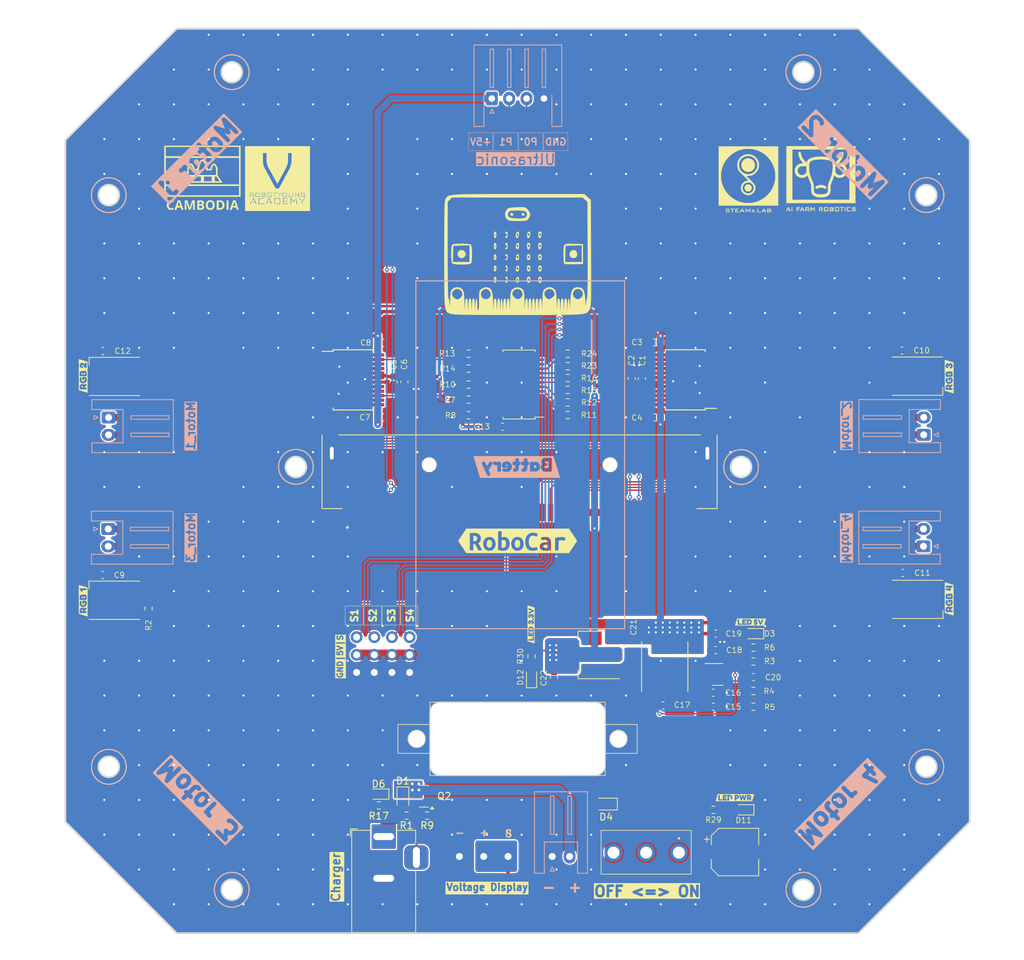
<source format=kicad_pcb>
(kicad_pcb (version 20240108) (generator "pcbnew") (generator_version "8.0")
  (layers (0 "F.Cu" signal) (31 "B.Cu" signal) (34 "B.Paste" user) (35 "F.Paste" user) (36 "B.SilkS" user "B.Silkscreen") (37 "F.SilkS" user "F.Silkscreen") (38 "B.Mask" user) (39 "F.Mask" user) (44 "Edge.Cuts" user))
  (net 0 "")
  (net 2 "+5V")
  (net 3 "+3.3V")
  (net 4 "/SW")
  (net 5 "Net-(U4-BOOT)")
  (net 6 "/FB")
  (net 7 "Net-(C20-Pad2)")
  (net 8 "Net-(D2-DOUT)")
  (net 9 "Net-(D2-DIN)")
  (net 10 "Net-(D3-A)")
  (net 11 "/P0")
  (net 12 "/P1")
  (net 13 "/P2")
  (net 14 "/SCL")
  (net 15 "/SDA")
  (net 16 "/M1-")
  (net 17 "/M1+")
  (net 18 "/M2-")
  (net 19 "/M2+")
  (net 20 "/M3-")
  (net 21 "/M3+")
  (net 22 "/M4-")
  (net 23 "/M4+")
  (net 24 "/S1")
  (net 25 "/S2")
  (net 26 "/S3")
  (net 27 "/S4")
  (net 28 "Net-(U3-~{OE})")
  (net 29 "/AM1")
  (net 30 "/BM1")
  (net 31 "/PWM1")
  (net 32 "/PWM2")
  (net 33 "/BM2")
  (net 34 "/AM2")
  (net 35 "/AM3")
  (net 36 "/BM3")
  (net 37 "/PWM3")
  (net 38 "/PWM4")
  (net 39 "/BM4")
  (net 40 "/AM4")
  (net 46 "Net-(U3-LED8)")
  (net 47 "Net-(U3-LED9)")
  (net 48 "Net-(U3-LED4)")
  (net 49 "Net-(U3-LED5)")
  (net 54 "Vs")
  (net 55 "V_Bat")
  (net 57 "Net-(J11-Pad3)")
  (net 58 "Net-(Q2-G)")
  (net 59 "VIN")
  (net 60 "GND")
  (net 61 "Net-(D11-A)")
  (net 62 "Net-(D12-A)")
  (net 65 "Net-(U3-LED0)")
  (net 66 "Net-(U3-LED1)")
  (net 67 "Net-(U3-LED2)")
  (net 68 "Net-(U3-LED3)")
  (net 71 "Net-(D5-DIN)")
  (net 72 "Net-(D8-DIN)")
  (net 74 "Net-(D6-A)")
  (net 75 "V_Charger")
  (net 76 "NC")
  (footprint "LOGO" (layer "F.Cu") (at 94.685 53.9525)
    (property "Reference" "G***" (hide yes))
    (property "Value" "LOGO" (hide yes))
  )
  (footprint "Resistor_SMD:R_0603_1608Metric" (layer "F.Cu") (at 128.502768 110.521038 180)
    (property "Reference" "R6")
    (property "Value" "1k")
  )
  (footprint "Resistor_SMD:R_0603_1608Metric" (layer "F.Cu") (at 101.795 70.075 180)
    (property "Reference" "R23")
    (property "Value" "220")
  )
  (footprint "Resistor_SMD:R_0603_1608Metric" (layer "F.Cu") (at 41.545 104.9025 -90)
    (property "Reference" "R2")
    (property "Value" "220")
  )
  (footprint "kibuzzard-67073CB6" (layer "F.Cu") (at 32.145 71.4725 90)
    (property "Reference" "kibuzzard-67073CB6" (hide yes))
    (property "Value" "G***" (hide yes))
  )
  (footprint "Connector_PinHeader_2.54mm:PinHeader_1x04_P2.54mm_Vertical" (layer "F.Cu") (at 71.455 109.0225 90)
    (property "Reference" "J8" (hide yes))
    (property "Value" "Conn_01x04_Socket" (hide yes))
  )
  (footprint "Capacitor_SMD:C_0603_1608Metric" (layer "F.Cu") (at 122.722768 117.021038 180)
    (property "Reference" "C16")
    (property "Value" "0.1uF")
  )
  (footprint "Resistor_SMD:R_0603_1608Metric" (layer "F.Cu") (at 87.545 70.425)
    (property "Reference" "R14")
    (property "Value" "220")
  )
  (footprint "project:Voltage_Display" (layer "F.Cu") (at 94.594903 123.6525)
    (property "Reference" "REF**" (hide yes))
    (property "Value" "Voltage_Display")
    (fp_circle (center -14.5 0) (end -13.25 0) (stroke (width 0.1)) (fill none) (layer "Edge.Cuts"))
    (fp_circle (center 14.5 0) (end 15.75 0) (stroke (width 0.1)) (fill none) (layer "Edge.Cuts"))
  )
  (footprint "project:SPTD_Switch" (layer "F.Cu") (at 113.085 139.9525 180)
    (property "Reference" "S1" (hide yes))
    (property "Value" "ON/OFF")
  )
  (footprint "Capacitor_SMD:C_0603_1608Metric" (layer "F.Cu") (at 111.295 110.3125 -90)
    (property "Reference" "C21")
    (property "Value" "22uF")
  )
  (footprint "project:RobotYoung_Logo_10x10" (layer "F.Cu") (at 60.085 43.1025)
    (property "Reference" "G***" (hide yes))
    (property "Value" "LOGO" (hide yes))
  )
  (footprint "Resistor_SMD:R_0603_1608Metric" (layer "F.Cu") (at 96.605 111.7875 90)
    (property "Reference" "R30")
    (property "Value" "1k")
  )
  (footprint "Resistor_SMD:R_0603_1608Metric" (layer "F.Cu") (at 128.502768 112.521038 180)
    (property "Reference" "R3")
    (property "Value" "49.9")
  )
  (footprint "Capacitor_SMD:C_0603_1608Metric" (layer "F.Cu") (at 99.835 114.814732 -90)
    (property "Reference" "C22")
    (property "Value" "22uF")
  )
  (footprint "Package_TO_SOT_SMD:SOT-23-6" (layer "F.Cu") (at 123.3325 114.385)
    (property "Reference" "U4" (hide yes))
    (property "Value" "TPS54302")
  )
  (footprint "LED_SMD:LED_WS2812B_PLCC4_5.0x5.0mm_P3.2mm" (layer "F.Cu") (at 36.655 71.5425 180)
    (property "Reference" "D2" (hide yes))
    (property "Value" "WS2812B")
  )
  (footprint "Package_SO:TSSOP-28_4.4x9.7mm_P0.65mm" (layer "F.Cu") (at 94.805 72.71 180)
    (property "Reference" "U3" (hide yes))
    (property "Value" "PCA9685PW")
  )
  (footprint "Resistor_SMD:R_0603_1608Metric" (layer "F.Cu") (at 87.545 74.875)
    (property "Reference" "R7")
    (property "Value" "10k")
  )
  (footprint "project:AIFARM_Logo_10x10" (layer "F.Cu") (at 138.185 43.1025)
    (property "Reference" "G***" (hide yes))
    (property "Value" "LOGO" (hide yes))
  )
  (footprint "Capacitor_SMD:C_0603_1608Metric" (layer "F.Cu") (at 114.37 77.435)
    (property "Reference" "C4")
    (property "Value" "10uF")
  )
  (footprint "Capacitor_SMD:C_0603_1608Metric" (layer "F.Cu") (at 122.722768 119.021038 180)
    (property "Reference" "C15")
    (property "Value" "10uF")
  )
  (footprint "LED_SMD:LED_0603_1608Metric" (layer "F.Cu") (at 74.6075 131.5825 180)
    (property "Reference" "D6")
    (property "Value" "LED_PWR")
  )
  (footprint "Capacitor_SMD:C_0603_1608Metric" (layer "F.Cu") (at 149.88 67.8225 180)
    (property "Reference" "C10")
    (property "Value" "0.1uF")
  )
  (footprint "Connector_PinHeader_2.54mm:PinHeader_1x04_P2.54mm_Vertical" (layer "F.Cu") (at 71.455 114.1025 90)
    (property "Reference" "J7" (hide yes))
    (property "Value" "Conn_01x04_Socket" (hide yes))
  )
  (footprint "project:CAM_LOGO_10x10" (layer "F.Cu") (at 49.285 43.7025)
    (property "Reference" "G***" (hide yes))
    (property "Value" "LOGO" (hide yes))
  )
  (footprint "Connector_BarrelJack:BarrelJack_Horizontal" (layer "F.Cu") (at 75.347768 137.696038 90)
    (property "Reference" "J11" (hide yes))
    (property "Value" "Charger")
  )
  (footprint "Capacitor_SMD:C_0603_1608Metric" (layer "F.Cu") (at 112.47 71.835 -90)
    (property "Reference" "C1")
    (property "Value" "10uF")
  )
  (footprint "kibuzzard-67073BE5" (layer "F.Cu") (at 32.145 103.7825 90)
    (property "Reference" "kibuzzard-67073BE5" (hide yes))
    (property "Value" "G***" (hide yes))
  )
  (footprint "Capacitor_SMD:C_0603_1608Metric" (layer "F.Cu") (at 78.317768 72.331038 90)
    (property "Reference" "C6")
    (property "Value" "0.1uF")
  )
  (footprint "Capacitor_SMD:C_0603_1608Metric" (layer "F.Cu") (at 149.985 99.7925 180)
    (property "Reference" "C11")
    (property "Value" "0.1uF")
  )
  (footprint "Resistor_SMD:R_0603_1608Metric" (layer "F.Cu") (at 87.54 68.275)
    (property "Reference" "R13")
    (property "Value" "220")
  )
  (footprint "LED_SMD:LED_WS2812B_PLCC4_5.0x5.0mm_P3.2mm" (layer "F.Cu") (at 152.075 71.5025)
    (property "Reference" "D9" (hide yes))
    (property "Value" "WS2812B")
  )
  (footprint "Package_SO:SSOP-24_5.3x8.2mm_P0.65mm" (layer "F.Cu") (at 70.955 72.035)
    (property "Reference" "U2" (hide yes))
    (property "Value" "TB6612FNG")
  )
  (footprint "Resistor_SMD:R_0603_1608Metric" (layer "F.Cu") (at 74.645 133.2125)
    (property "Reference" "R17")
    (property "Value" "1k")
  )
  (footprint "LED_SMD:LED_WS2812B_PLCC4_5.0x5.0mm_P3.2mm" (layer "F.Cu") (at 152.115 103.5925)
    (property "Reference" "D8" (hide yes))
    (property "Value" "WS2812B")
  )
  (footprint "Resistor_SMD:R_0603_1608Metric" (layer "F.Cu") (at 101.795 71.775 180)
    (property "Reference" "R16")
    (property "Value" "220")
  )
  (footprint "LED_SMD:LED_0603_1608Metric" (layer "F.Cu") (at 96.605 114.8125 90)
    (property "Reference" "D12")
    (property "Value" "LED_PWR")
  )
  (footprint "Capacitor_SMD:C_0603_1608Metric" (layer "F.Cu") (at 123.07 108.521038)
    (property "Reference" "C19")
    (property "Value" "22uF")
  )
  (footprint "Resistor_SMD:R_0603_1608Metric" (layer "F.Cu") (at 87.545 77.125)
    (property "Reference" "R8")
    (property "Value" "10k")
  )
  (footprint "Package_TO_SOT_SMD:SOT-223-3_TabPin2" (layer "F.Cu") (at 105.205 111.589732 180)
    (property "Reference" "U5" (hide yes))
    (property "Value" "AMS1117-3.3")
  )
  (footprint "kibuzzard-677E35A5" (layer "F.Cu") (at 94.605 95.1825)
    (property "Reference" "kibuzzard-677E35A5" (hide yes))
    (property "Value" "G***" (hide yes))
  )
  (footprint "kibuzzard-67191277" (layer "F.Cu") (at 128.085 106.8525)
    (property "Reference" "kibuzzard-67191277" (hide yes))
    (property "Value" "G***" (hide yes))
  )
  (footprint "project:STEAM_Logo_10x10" (layer "F.Cu") (at 127.785 43.2025)
    (property "Reference" "G***" (hide yes))
    (property "Value" "LOGO" (hide yes))
  )
  (footprint "Capacitor_SMD:C_0603_1608Metric" (layer "F.Cu") (at 34.975 67.9025)
    (property "Reference" "C12")
    (property "Value" "0.1uF")
  )
  (footprint "Resistor_SMD:R_0603_1608Metric" (layer "F.Cu") (at 122.752768 133.8525 180)
    (property "Reference" "R29")
    (property "Value" "1k")
  )
  (footprint "LED_SMD:LED_0603_1608Metric" (layer "F.Cu") (at 127.085 133.8525 180)
    (property "Reference" "D11")
    (property "Value" "LED_PWR")
  )
  (footprint "Capacitor_SMD:C_0603_1608Metric" (layer "F.Cu") (at 115.527768 118.835 180)
    (property "Reference" "C17")
    (property "Value" "100n")
  )
  (footprint "Package_TO_SOT_SMD:SOT-23" (layer "F.Cu") (at 81.1475 131.8925 180)
    (property "Reference" "Q2")
    (property "Value" "IRLML6402")
  )
  (footprint "Capacitor_SMD:C_0603_1608Metric" (layer "F.Cu") (at 128.502768 114.771038)
    (property "Reference" "C20")
    (property "Value" "75pF")
  )
  (footprint "Resistor_SMD:R_0603_1608Metric" (layer "F.Cu") (at 128.502768 116.771038)
    (property "Reference" "R4")
    (property "Value" "100k")
  )
  (footprint "kibuzzard-67073D1E" (layer "F.Cu") (at 156.645 103.5225 90)
    (property "Reference" "kibuzzard-67073D1E" (hide yes))
    (property "Value" "G***" (hide yes))
  )
  (footprint "MCB:DONGGUAN_MIC127-140-001" (layer "F.Cu") (at 94.885 84.245)
    (property "Reference" "J1" (hide yes))
    (property "Value" "MIC127-140-001")
  )
  (footprint "Resistor_SMD:R_0603_1608Metric" (layer "F.Cu") (at 101.795 68.275 180)
    (property "Reference" "R24")
    (property "Value" "220")
  )
  (footprint "Capacitor_SMD:C_0603_1608Metric" (layer "F.Cu") (at 111.01 71.835 -90)
    (property "Reference" "C2")
    (property "Value" "0.1uF")
  )
  (footprint "kibuzzard-6719123F" (layer "F.Cu") (at 125.835 132.1025)
    (property "Reference" "kibuzzard-6719123F" (hide yes))
    (property "Value" "G***" (hide yes))
  )
  (footprint "Capacitor_SMD:C_0603_1608Metric" (layer "F.Cu") (at 114.27 66.635)
    (property "Reference" "C3")
    (property "Value" "0.1uF")
  )
  (footprint "Capacitor_SMD:C_0603_1608Metric" (layer "F.Cu") (at 123.07 110.885)
    (property "Reference" "C18")
    (property "Value" "22uF")
  )
  (footprint "Capacitor_SMD:C_0603_1608Metric" (layer "F.Cu") (at 75.27 66.705 180)
    (property "Reference" "C8")
    (property "Value" "10uF")
  )
  (footprint "Capacitor_SMD:C_0603_1608Metric" (layer "F.Cu") (at 76.77 72.335 90)
    (property "Reference" "C5")
    (property "Value" "10uF")
  )
  (footprint "Resistor_SMD:R_0603_1608Metric" (layer "F.Cu") (at 101.795 77.095 180)
    (property "Reference" "R11")
    (property "Value" "220")
  )
  (footprint "Diode_SMD:D_SOD-323" (layer "F.Cu") (at 107.3325 133.0225 180)
    (property "Reference" "D4")
    (property "Value" "1N5819WS")
  )
  (footprint "Resistor_SMD:R_0603_1608Metric" (layer "F.Cu") (at 78.625 134.6725 180)
    (property "Reference" "R1")
    (property "Value" "100")
  )
  (footprint "Resistor_SMD:R_0603_1608Metric" (layer "F.Cu") (at 81.59 134.6725 180)
    (property "Reference" "R9")
    (property "Value" "10k")
  )
  (footprint "Resistor_SMD:R_0603_1608Metric" (layer "F.Cu") (at 101.795 73.475 180)
    (property "Reference" "R15")
    (property "Value" "220")
  )
  (footprint "Connector_PinHeader_2.54mm:PinHeader_1x04_P2.54mm_Vertical" (layer "F.Cu") (at 71.455 111.5625 90)
    (property "Reference" "J9" (hide yes))
    (property "Value" "Conn_01x04_Socket" (hide yes))
  )
  (footprint "Capacitor_SMD:C_0603_1608Metric" (layer "F.Cu") (at 75.27 77.435 180)
    (property "Reference" "C7")
    (property "Value" "0.1uF")
  )
  (footprint "Resistor_SMD:R_0603_1608Metric" (layer "F.Cu") (at 128.502768 119.021038 180)
    (property "Reference" "R5")
    (property "Value" "13.3k")
  )
  (footprint "Inductor:IND_ASPI0630HI100M" (layer "F.Cu") (at 115.752768 113.285 90)
    (property "Reference" "L1" (hide yes))
    (property "Value" "10uH/5A")
  )
  (footprint "Diode_SMD:D_SOD-323" (layer "F.Cu") (at 78.11 132.1675 -90)
    (property "Reference" "D1")
    (property "Value" "1N5819WS")
  )
  (footprint "kibuzzard-6719125B" (layer "F.Cu") (at 96.535 107.1925 90)
    (property "Reference" "kibuzzard-6719125B" (hide yes))
    (property "Value" "G***" (hide yes))
  )
  (footprint "Capacitor_SMD:C_0603_1608Metric" (layer "F.Cu") (at 92.42 78.775)
    (property "Reference" "C13")
    (property "Value" "0.1uF")
  )
  (footprint "Resistor_SMD:R_0603_1608Metric" (layer "F.Cu") (at 87.545 72.725)
    (property "Reference" "R10")
    (property "Value" "10k")
  )
  (footprint "LED_SMD:LED_WS2812B_PLCC4_5.0x5.0mm_P3.2mm" (layer "F.Cu") (at 36.625 103.7225 180)
    (property "Reference" "D5" (hide yes))
    (property "Value" "WS2812B")
  )
  (footprint "Resistor_SMD:R_0603_1608Metric" (layer "F.Cu") (at 101.795 75.275 180)
    (property "Reference" "R12")
    (property "Value" "220")
  )
  (footprint "kibuzzard-67073D02" (layer "F.Cu") (at 156.645 71.5625 90)
    (property "Reference" "kibuzzard-67073D02" (hide yes))
    (property "Value" "G***" (hide yes))
  )
  (footprint "Capacitor_SMD:C_0603_1608Metric" (layer "F.Cu") (at 34.95 100.1025)
    (property "Reference" "C9")
    (property "Value" "0.1uF")
  )
  (footprint "Package_SO:SSOP-24_5.3x8.2mm_P0.65mm" (layer "F.Cu") (at 118.705 72.03 180)
    (property "Reference" "U1" (hide yes))
    (property "Value" "TB6612FNG")
  )
  (footprint "Capacitor_SMD:CP_Elec_6.3x7.7" (layer "F.Cu") (at 125.852768 139.921038)
    (property "Reference" "C14" (hide yes))
    (property "Value" "220uF")
  )
  (footprint "LED_SMD:LED_0603_1608Metric" (layer "F.Cu") (at 128.502768 108.521038 180)
    (property "Reference" "D3")
    (property "Value" "LED_PWR")
  )
  (footprint "Connector_JST:JST_XH_S4B-XH-A-1_1x04_P2.50mm_Horizontal" (layer "B.Cu") (at 90.887768 31.591038)
    (property "Reference" "J10" (hide yes))
    (property "Value" "Conn_01x04_Socket")
  )
  (footprint "Connector_JST:JST_XH_S2B-XH-A_1x02_P2.50mm_Horizontal" (layer "B.Cu") (at 35.745 93.4725 -90)
    (property "Reference" "J5" (hide yes))
    (property "Value" "Motor4")
  )
  (footprint "Connector_JST:JST_XH_S2B-XH-A_1x02_P2.50mm_Horizontal" (layer "B.Cu") (at 152.955 95.9625 90)
    (property "Reference" "J2" (hide yes))
    (property "Value" "Motor1")
  )
  (footprint "Connector_JST:JST_XH_S2B-XH-A_1x02_P2.50mm_Horizontal" (layer "B.Cu") (at 99.577768 140.561038)
    (property "Reference" "J6" (hide yes))
    (property "Value" "Battery")
  )
  (footprint "Connector_JST:JST_XH_S2B-XH-A_1x02_P2.50mm_Horizontal" (layer "B.Cu") (at 152.985 79.9325 90)
    (property "Reference" "J3" (hide yes))
    (property "Value" "Motor2")
  )
  (footprint "Connector_JST:JST_XH_S2B-XH-A_1x02_P2.50mm_Horizontal" (layer "B.Cu") (at 35.795 77.4425 -90)
    (property "Reference" "J4" (hide yes))
    (property "Value" "Motor3")
  )
  (footprint "kibuzzard-6707333C" (layer "B.Cu") (at 94.477768 84.561038 180)
    (property "Reference" "kibuzzard-6707333C" (hide yes))
    (property "Value" "G***" (hide yes))
  )
  (gr_rect (start 79.977768 57.811038) (end 109.977768 107.811038) (stroke (width 0.15)) (fill none) (layer "B.SilkS"))
  (gr_circle (center 135.682768 145.341038) (end 138.182768 145.341038) (stroke (width 0.15)) (fill none) (layer "B.SilkS"))
  (gr_circle (center 62.727768 84.536038) (end 65.227768 84.536038) (stroke (width 0.15)) (fill none) (layer "B.SilkS"))
  (gr_circle (center 135.682768 27.801038) (end 138.182768 27.801038) (stroke (width 0.15)) (fill none) (layer "B.SilkS"))
  (gr_circle (center 126.727768 84.561038) (end 129.227768 84.561038) (stroke (width 0.15)) (fill none) (layer "B.SilkS"))
  (gr_circle (center 35.832768 127.661038) (end 38.332768 127.661038) (stroke (width 0.15)) (fill none) (layer "B.SilkS"))
  (gr_circle (center 153.382768 45.471038) (end 155.882768 45.471038) (stroke (width 0.15)) (fill none) (layer "B.SilkS"))
  (gr_circle (center 35.822768 45.481038) (end 38.322768 45.481038) (stroke (width 0.15)) (fill none) (layer "B.SilkS"))
  (gr_circle (center 53.502768 145.341038) (end 56.002768 145.341038) (stroke (width 0.15)) (fill none) (layer "B.SilkS"))
  (gr_circle (center 53.502768 27.801038) (end 56.002768 27.801038) (stroke (width 0.15)) (fill none) (layer "B.SilkS"))
  (gr_circle (center 153.362768 127.661038) (end 155.862768 127.661038) (stroke (width 0.15)) (fill none) (layer "B.SilkS"))
  (gr_circle (center 62.727768 84.536038) (end 65.227768 84.536038) (stroke (width 0.15)) (fill none) (layer "F.SilkS"))
  (gr_circle (center 126.727768 84.561038) (end 129.227768 84.561038) (stroke (width 0.15)) (fill none) (layer "F.SilkS"))
  (gr_circle (center 53.502768 27.801038) (end 56.002768 27.801038) (stroke (width 0.15)) (fill none) (layer "F.SilkS"))
  (gr_circle (center 35.822768 45.481038) (end 38.322768 45.481038) (stroke (width 0.15)) (fill none) (layer "F.SilkS"))
  (gr_circle (center 135.682768 145.341038) (end 138.182768 145.341038) (stroke (width 0.15)) (fill none) (layer "F.SilkS"))
  (gr_circle (center 53.502768 145.341038) (end 56.002768 145.341038) (stroke (width 0.15)) (fill none) (layer "F.SilkS"))
  (gr_circle (center 153.382768 45.471038) (end 155.882768 45.471038) (stroke (width 0.15)) (fill none) (layer "F.SilkS"))
  (gr_circle (center 153.362768 127.661038) (end 155.862768 127.661038) (stroke (width 0.15)) (fill none) (layer "F.SilkS"))
  (gr_circle (center 135.682768 27.801038) (end 138.182768 27.801038) (stroke (width 0.15)) (fill none) (layer "F.SilkS"))
  (gr_circle (center 35.832768 127.661038) (end 38.332768 127.661038) (stroke (width 0.15)) (fill none) (layer "F.SilkS"))
  (gr_line (start 143.594903 151.570267) (end 159.594903 135.570267) (stroke (width 0.25)) (layer "Edge.Cuts"))
  (gr_circle (center 53.504806 27.8025) (end 55.004806 27.8025) (stroke (width 0.25)) (fill none) (layer "Edge.Cuts"))
  (gr_line (start 107.194903 119.8775) (end 107.194903 127.4275) (stroke (width 0.15)) (layer "Edge.Cuts"))
  (gr_arc (start 83.494903 128.9275) (mid 82.434243 128.48816) (end 81.994903 127.4275) (stroke (width 0.15)) (layer "Edge.Cuts"))
  (gr_line (start 159.594903 37.570267) (end 143.594903 21.570267) (stroke (width 0.25)) (layer "Edge.Cuts"))
  (gr_line (start 45.594903 21.570267) (end 29.594903 37.570267) (stroke (width 0.25)) (layer "Edge.Cuts"))
  (gr_line (start 159.594903 135.570267) (end 159.594903 37.570267) (stroke (width 0.25)) (layer "Edge.Cuts"))
  (gr_line (start 83.494903 118.3775) (end 105.694903 118.3775) (stroke (width 0.15)) (layer "Edge.Cuts"))
  (gr_line (start 105.694903 128.9275) (end 83.494903 128.9275) (stroke (width 0.15)) (layer "Edge.Cuts"))
  (gr_arc (start 105.694903 118.3775) (mid 106.755561 118.816841) (end 107.194903 119.8775) (stroke (width 0.15)) (layer "Edge.Cuts"))
  (gr_line (start 29.594903 135.570267) (end 45.594903 151.570267) (stroke (width 0.25)) (layer "Edge.Cuts"))
  (gr_circle (center 135.685 27.8025) (end 137.185 27.8025) (stroke (width 0.25)) (fill none) (layer "Edge.Cuts"))
  (gr_circle (center 53.504806 145.338034) (end 55.004806 145.338034) (stroke (width 0.25)) (fill none) (layer "Edge.Cuts"))
  (gr_circle (center 35.827136 45.48017) (end 37.327136 45.48017) (stroke (width 0.25)) (fill none) (layer "Edge.Cuts"))
  (gr_arc (start 107.194903 127.4275) (mid 106.755563 128.488161) (end 105.694903 128.9275) (stroke (width 0.15)) (layer "Edge.Cuts"))
  (gr_circle (center 126.727768 84.561038) (end 128.227768 84.561038) (stroke (width 0.25)) (fill none) (layer "Edge.Cuts"))
  (gr_arc (start 81.994903 119.8775) (mid 82.434243 118.816841) (end 83.494903 118.3775) (stroke (width 0.15)) (layer "Edge.Cuts"))
  (gr_circle (center 153.36267 45.48017) (end 154.86267 45.48017) (stroke (width 0.25)) (fill none) (layer "Edge.Cuts"))
  (gr_line (start 29.594903 37.570267) (end 29.594903 135.570267) (stroke (width 0.25)) (layer "Edge.Cuts"))
  (gr_circle (center 35.827136 127.660364) (end 37.327136 127.660364) (stroke (width 0.25)) (fill none) (layer "Edge.Cuts"))
  (gr_circle (center 62.727768 84.561038) (end 64.227768 84.561038) (stroke (width 0.25)) (fill none) (layer "Edge.Cuts"))
  (gr_line (start 45.594903 151.570267) (end 143.594903 151.570267) (stroke (width 0.25)) (layer "Edge.Cuts"))
  (gr_line (start 143.594903 21.570267) (end 45.594903 21.570267) (stroke (width 0.25)) (layer "Edge.Cuts"))
  (gr_line (start 81.994903 127.4275) (end 81.994903 119.8775) (stroke (width 0.15)) (layer "Edge.Cuts"))
  (gr_circle (center 153.36267 127.660364) (end 154.86267 127.660364) (stroke (width 0.25)) (fill none) (layer "Edge.Cuts"))
  (gr_circle (center 135.685 145.338034) (end 137.185 145.338034) (stroke (width 0.25)) (fill none) (layer "Edge.Cuts"))
  (gr_text "Motor_3" (at 48.325 91.0225 90) (layer "B.SilkS" knockout) (effects (font (size 1.2 1.2) (thickness 0.25) (bold yes)) (justify left bottom mirror)))
  (gr_text "Ultrasonic" (at 100.167768 41.238538 0) (layer "B.SilkS" knockout) (effects (font (size 1.5 1.5) (thickness 0.2) (bold yes)) (justify left bottom mirror)))
  (gr_text "Motor 4" (at 134.285 137.4025 225) (layer "B.SilkS" knockout) (effects (font (size 2.5 2.5) (thickness 0.625) (bold yes)) (justify left bottom mirror)))
  (gr_text "S" (at 93.857768 137.881038 0) (layer "B.SilkS") (effects (font (size 1 1) (thickness 0.2) (bold yes)) (justify left bottom mirror)))
  (gr_text "Motor 1" (at 55.085 35.9025 45) (layer "B.SilkS" knockout) (effects (font (size 2.5 2.5) (thickness 0.625) (bold yes)) (justify left bottom mirror)))
  (gr_text "Motor_2" (at 141.185 82.3125 -90) (layer "B.SilkS" knockout) (effects (font (size 1.2 1.2) (thickness 0.25) (bold yes)) (justify left bottom mirror)))
  (gr_text "+" (at 101.727768 144.311038 -180) (layer "B.SilkS") (effects (font (size 1.5 1.5) (thickness 0.3) (bold yes)) (justify left bottom mirror)))
  (gr_text "-" (at 86.987768 137.721038 0) (layer "B.SilkS") (effects (font (size 1 1) (thickness 0.2) (bold yes)) (justify left bottom mirror)))
  (gr_text "-" (at 97.977768 144.311038 -180) (layer "B.SilkS") (effects (font (size 1.5 1.5) (thickness 0.3) (bold yes)) (justify left bottom mirror)))
  (gr_text "Motor 2" (at 145.785 46.3025 315) (layer "B.SilkS" knockout) (effects (font (size 2.5 2.5) (thickness 0.625) (bold yes)) (justify left bottom mirror)))
  (gr_text "Motor 3" (at 44.285 125.8025 135) (layer "B.SilkS" knockout) (effects (font (size 2.5 2.5) (thickness 0.625) (bold yes)) (justify left bottom mirror)))
  (gr_text "Motor_1" (at 48.315036 74.981036 90) (layer "B.SilkS" knockout) (effects (font (size 1.2 1.2) (thickness 0.25) (bold yes)) (justify left bottom mirror)))
  (gr_text "Motor_4" (at 141.1565 98.50107 -90) (layer "B.SilkS" knockout) (effects (font (size 1.2 1.2) (thickness 0.25) (bold yes)) (justify left bottom mirror)))
  (gr_text "+" (at 90.527768 137.711038 0) (layer "B.SilkS") (effects (font (size 1 1) (thickness 0.2) (bold yes)) (justify left bottom mirror)))
  (gr_text "-" (at 85.547768 137.721038 0) (layer "F.SilkS") (effects (font (size 1 1) (thickness 0.2) (bold yes)) (justify left bottom)))
  (gr_text "S" (at 92.717768 137.881038 0) (layer "F.SilkS") (effects (font (size 1 1) (thickness 0.2) (bold yes)) (justify left bottom)))
  (gr_text "+" (at 89.087768 137.711038 0) (layer "F.SilkS") (effects (font (size 1 1) (thickness 0.2) (bold yes)) (justify left bottom)))
  (gr_text "Voltage Display" (at 84.227768 145.561038 0) (layer "F.SilkS" knockout) (effects (font (size 1 1) (thickness 0.25) (bold yes)) (justify left bottom)))
  (gr_text "OFF <=> ON" (at 105.415 146.4625 0) (layer "F.SilkS" knockout) (effects (font (size 1.5 1.5) (thickness 0.375) (bold yes)) (justify left bottom)))
  (gr_text "Charger" (at 69.175 147.1925 90) (layer "F.SilkS" knockout) (effects (font (size 1.2 1.2) (thickness 0.25) (bold yes)) (justify left bottom)))
  (gr_text " GND|5V|S " (at 69.555 115.6325 90) (layer "F.SilkS" knockout) (effects (font (size 0.8 0.8) (thickness 0.2) (bold yes)) (justify left bottom)))
  (gr_text_box "P0" (start 94.74125 39.093538) (end 98.22875 36.488538) (layer "B.SilkS") (effects (font (size 1 1) (thickness 0.2) (bold yes)) (justify top mirror)) (border yes) (stroke (width 0.05)))
  (gr_text_box "GND" (start 98.34125 39.093538) (end 101.82875 36.488538) (layer "B.SilkS") (effects (font (size 1 1) (thickness 0.2) (bold yes)) (justify top mirror)) (border yes) (stroke (width 0.05)))
  (gr_text_box "P1" (start 91.14125 39.093538) (end 94.62875 36.488538) (layer "B.SilkS") (effects (font (size 1 1) (thickness 0.2) (bold yes)) (justify top mirror)) (border yes) (stroke (width 0.05)))
  (gr_text_box "+5V" (start 87.54125 39.093538) (end 91.02875 36.488538) (layer "B.SilkS") (effects (font (size 1 1) (thickness 0.2) (bold yes)) (justify top mirror)) (border yes) (stroke (width 0.05)))
  (gr_text_box "S4" (start 77.805 107.2775) (end 80.27 104.5475) (angle 90) (layer "F.SilkS") (effects (font (size 1 1) (thickness 0.25) (bold yes)) (justify top)) (border yes) (stroke (width 0.05)))
  (gr_text_box "S3" (start 75.14 107.2775) (end 77.705 104.5475) (angle 90) (layer "F.SilkS") (effects (font (size 1 1) (thickness 0.25) (bold yes)) (justify top)) (border yes) (stroke (width 0.05)))
  (gr_text_box "S1" (start 69.81 107.2775) (end 72.375 104.5475) (angle 90) (layer "F.SilkS") (effects (font (size 1 1) (thickness 0.25) (bold yes)) (justify top)) (border yes) (stroke (width 0.05)))
  (gr_text_box "S2" (start 72.475 107.2775) (end 75.04 104.5475) (angle 90) (layer "F.SilkS") (effects (font (size 1 1) (thickness 0.25) (bold yes)) (justify top)) (border yes) (stroke (width 0.05)))
  (segment (start 33.295 71.6925) (end 32.515 72.4725) (width 0.5) (layer "F.Cu") (net 2))
  (segment (start 128.3625 106.935) (end 120.67 106.935) (width 0.5) (layer "F.Cu") (net 2))
  (segment (start 122.295 110.885) (end 122.295 111.5125) (width 0.2) (layer "F.Cu") (net 2))
  (segment (start 39.715 71.6925) (end 39.855 71.6925) (width 0.5) (layer "F.Cu") (net 2))
  (segment (start 115.135 62.9925) (end 115.135 65.7125) (width 0.5) (layer "F.Cu") (net 2))
  (segment (start 39.085 72.2825) (end 39.105 72.3025) (width 0.5) (layer "F.Cu") (net 2))
  (segment (start 35.305 71.6925) (end 38.495 71.6925) (width 0.5) (layer "F.Cu") (net 2))
  (segment (start 115.0175 107.1825) (end 115.47 107.635) (width 1.5) (layer "F.Cu") (net 2))
  (segment (start 115.105 77.395) (end 115.105 75.63) (width 0.5) (layer "F.Cu") (net 2))
  (segment (start 127.677768 110.521038) (end 127.677768 112.521038) (width 0.2) (layer "F.Cu") (net 2))
  (segment (start 39.075 104.5725) (end 39.075 105.3725) (width 0.5) (layer "F.Cu") (net 2))
  (segment (start 115.105 68.455) (end 115.105 69.08) (width 0.5) (layer "F.Cu") (net 2))
  (segment (start 122.295 108.521038) (end 122.295 110.885) (width 0.5) (layer "F.Cu") (net 2))
  (segment (start 122.295 111.5125) (end 123.303538 112.521038) (width 0.2) (layer "F.Cu") (net 2))
  (segment (start 39.085 71.6925) (end 39.855 71.6925) (width 0.5) (layer "F.Cu") (net 2))
  (segment (start 38.495 71.6925) (end 39.085 71.6925) (width 0.5) (layer "F.Cu") (net 2))
  (segment (start 39.085 71.6925) (end 39.085 72.2825) (width 0.5) (layer "F.Cu") (net 2))
  (segment (start 35.725 99.3825) (end 35.725 100.1025) (width 0.5) (layer "F.Cu") (net 2))
  (segment (start 115.045 65.8025) (end 115.045 66.635) (width 0.5) (layer "F.Cu") (net 2))
  (segment (start 36.195 71.6925) (end 39.085 71.6925) (width 0.5) (layer "F.Cu") (net 2))
  (segment (start 115.135 65.7125) (end 115.045 65.8025) (width 0.5) (layer "F.Cu") (net 2))
  (segment (start 122.295 108.521038) (end 120.856038 108.521038) (width 0.5) (layer "F.Cu") (net 2))
  (segment (start 35.75 71.2475) (end 36.195 71.6925) (width 0.5) (layer "F.Cu") (net 2))
  (segment (start 74.495 65.7025) (end 74.495 66.705) (width 1) (layer "F.Cu") (net 2))
  (segment (start 74.495 66.705) (end 74.495 68.125) (width 1) (layer "F.Cu") (net 2))
  (segment (start 149.665 101.9425) (end 133.355 101.9425) (width 0.5) (layer "F.Cu") (net 2))
  (segment (start 39.105 72.3025) (end 39.715 71.6925) (width 0.5) (layer "F.Cu") (net 2))
  (segment (start 74.495 77.435) (end 74.495 75.295) (width 1) (layer "F.Cu") (net 2))
  (segment (start 115.105 68.455) (end 115.105 66.695) (width 0.5) (layer "F.Cu") (net 2))
  (segment (start 149.21 99.7925) (end 149.21 101.4875) (width 0.5) (layer "F.Cu") (net 2))
  (segment (start 79.075 111.5625) (end 71.455 111.5625) (width 1.5) (layer "F.Cu") (net 2))
  (segment (start 115.105 66.695) (end 115.045 66.635) (width 0.5) (layer "F.Cu") (net 2))
  (segment (start 38.495 71.6925) (end 39.105 72.3025) (width 0.5) (layer "F.Cu") (net 2))
  (segment (start 35.75 71.2475) (end 35.305 71.6925) (width 0.5) (layer "F.Cu") (net 2))
  (segment (start 39.105 72.3025) (end 39.105 73.1925) (width 0.5) (layer "F.Cu") (net 2))
  (segment (start 35.305 71.6925) (end 33.295 71.6925) (width 0.5) (layer "F.Cu") (net 2))
  (segment (start 149.625 69.8525) (end 149.625 68.3425) (width 0.5) (layer "F.Cu") (net 2))
  (segment (start 74.495 77.435) (end 74.495 78.4425) (width 1) (layer "F.Cu") (net 2))
  (segment (start 35.725 100.1025) (end 35.725 101.2225) (width 0.5) (layer "F.Cu") (net 2))
  (segment (start 47.375 71.6925) (end 53.365 65.7025) (width 0.5) (layer "F.Cu") (net 2))
  (segment (start 32.515 72.4725) (end 32.515 96.1725) (width 0.5) (layer "F.Cu") (net 2))
  (segment (start 79.075 111.5625) (end 90.495 111.5625) (width 1.5) (layer "F.Cu") (net 2))
  (segment (start 115.495 65.3525) (end 146.635 65.3525) (width 0.5) (layer "F.Cu") (net 2))
  (segment (start 149.21 101.4875) (end 149.665 101.9425) (width 0.5) (layer "F.Cu") (net 2))
  (segment (start 133.355 101.9425) (end 128.3625 106.935) (width 0.5) (layer "F.Cu") (net 2))
  (segment (start 115.145 77.435) (end 115.105 77.395) (width 0.5) (layer "F.Cu") (net 2))
  (segment (start 75.195 62.2225) (end 114.365 62.2225) (width 0.5) (layer "F.Cu") (net 2))
  (segment (start 123.303538 112.521038) (end 127.677768 112.521038) (width 0.2) (layer "F.Cu") (net 2))
  (segment (start 74.495 62.9225) (end 75.195 62.2225) (width 0.5) (layer "F.Cu") (net 2))
  (segment (start 35.75 67.9025) (end 35.75 71.2475) (width 0.5) (layer "F.Cu") (net 2))
  (segment (start 115.135 65.7125) (end 115.495 65.3525) (width 0.5) (layer "F.Cu") (net 2))
  (segment (start 90.495 111.5625) (end 94.875 107.1825) (width 1.5) (layer "F.Cu") (net 2))
  (segment (start 53.365 65.7025) (end 74.495 65.7025) (width 0.5) (layer "F.Cu") (net 2))
  (segment (start 146.635 65.3525) (end 149.105 67.8225) (width 0.5) (layer "F.Cu") (net 2))
  (segment (start 114.365 62.2225) (end 115.135 62.9925) (width 0.5) (layer "F.Cu") (net 2))
  (segment (start 35.725 101.2225) (end 39.075 104.5725) (width 0.5) (layer "F.Cu") (net 2))
  (segment (start 32.515 96.1725) (end 35.725 99.3825) (width 0.5) (layer "F.Cu") (net 2))
  (segment (start 39.855 71.6925) (end 47.375 71.6925) (width 0.5) (layer "F.Cu") (net 2))
  (segment (start 94.875 107.1825) (end 115.0175 107.1825) (width 1.5) (layer "F.Cu") (net 2))
  (segment (start 74.495 65.7025) (end 74.495 62.9225) (width 0.5) (layer "F.Cu") (net 2))
  (segment (start 120.856038 108.521038) (end 120.67 108.335) (width 0.5) (layer "F.Cu") (net 2))
  (segment (start 115.145 77.435) (end 115.145 78.4325) (width 0.5) (layer "F.Cu") (net 2))
  (segment (start 149.625 68.3425) (end 149.105 67.8225) (width 0.5) (layer "F.Cu") (net 2))
  (segment (start 115.145 78.4325) (end 115.135 78.4425) (width 0.5) (layer "F.Cu") (net 2))
  (via (at 115.135 78.4425) (size 0.6) (drill 0.3) (layers "F.Cu" "B.Cu") (net 2))
  (via (at 120.67 107.635) (size 0.6) (drill 0.3) (layers "F.Cu" "B.Cu") (net 2))
  (via (at 116.47 107.635) (size 0.6) (drill 0.3) (layers "F.Cu" "B.Cu") (net 2))
  (via (at 114.47 106.935) (size 0.6) (drill 0.3) (layers "F.Cu" "B.Cu") (net 2))
  (via (at 113.47 108.335) (size 0.6) (drill 0.3) (layers "F.Cu" "B.Cu") (net 2))
  (via (at 115.47 107.635) (size 0.6) (drill 0.3) (layers "F.Cu" "B.Cu") (net 2))
  (via (at 116.47 108.335) (size 0.6) (drill 0.3) (layers "F.Cu" "B.Cu") (net 2))
  (via (at 114.47 107.635) (size 0.6) (drill 0.3) (layers "F.Cu" "B.Cu") (net 2))
  (via (at 120.67 108.335) (size 0.6) (drill 0.3) (layers "F.Cu" "B.Cu") (net 2))
  (via (at 118.57 107.635) (size 0.6) (drill 0.3) (layers "F.Cu" "B.Cu") (net 2))
  (via (at 117.57 106.935) (size 0.6) (drill 0.3) (layers "F.Cu" "B.Cu") (net 2))
  (via (at 115.135 65.7125) (size 0.6) (drill 0.3) (layers "F.Cu" "B.Cu") (net 2))
  (via (at 115.47 106.935) (size 0.6) (drill 0.3) (layers "F.Cu" "B.Cu") (net 2))
  (via (at 114.47 108.335) (size 0.6) (drill 0.3) (layers "F.Cu" "B.Cu") (net 2))
  (via (at 116.47 106.935) (size 0.6) (drill 0.3) (layers "F.Cu" "B.Cu") (net 2))
  (via (at 119.57 108.335) (size 0.6) (drill 0.3) (layers "F.Cu" "B.Cu") (net 2))
  (via (at 120.67 106.935) (size 0.6) (drill 0.3) (layers "F.Cu" "B.Cu") (net 2))
  (via (at 117.57 108.335) (size 0.6) (drill 0.3) (layers "F.Cu" "B.Cu") (net 2))
  (via (at 118.57 106.935) (size 0.6) (drill 0.3) (layers "F.Cu" "B.Cu") (net 2))
  (via (at 74.495 65.7025) (size 0.6) (drill 0.3) (layers "F.Cu" "B.Cu") (net 2))
  (via (at 118.57 108.335) (size 0.6) (drill 0.3) (layers "F.Cu" "B.Cu") (net 2))
  (via (at 113.47 107.635) (size 0.6) (drill 0.3) (layers "F.Cu" "B.Cu") (net 2))
  (via (at 115.47 108.335) (size 0.6) (drill 0.3) (layers "F.Cu" "B.Cu") (net 2))
  (via (at 117.57 107.635) (size 0.6) (drill 0.3) (layers "F.Cu" "B.Cu") (net 2))
  (via (at 74.495 78.4425) (size 0.6) (drill 0.3) (layers "F.Cu" "B.Cu") (net 2))
  (via (at 119.57 106.935) (size 0.6) (drill 0.3) (layers "F.Cu" "B.Cu") (net 2))
  (via (at 119.57 107.635) (size 0.6) (drill 0.3) (layers "F.Cu" "B.Cu") (net 2))
  (segment (start 74.495 66.1925) (end 74.495 65.7025) (width 1) (layer "B.Cu") (net 2))
  (segment (start 115.135 78.4425) (end 115.135 107.3) (width 1) (layer "B.Cu") (net 2))
  (segment (start 74.495 66.1925) (end 74.495 33.5125) (width 1) (layer "B.Cu") (net 2))
  (segment (start 74.495 33.5125) (end 76.416462 31.591038) (width 1) (layer "B.Cu") (net 2))
  (segment (start 74.495 78.4425) (end 74.495 66.1925) (width 1) (layer "B.Cu") (net 2))
  (segment (start 115.135 107.3) (end 115.47 107.635) (width 1) (layer "B.Cu") (net 2))
  (segment (start 115.135 65.7125) (end 115.135 78.4425) (width 1) (layer "B.Cu") (net 2))
  (segment (start 115.105 65.6825) (end 115.135 65.7125) (width 0.5) (layer "B.Cu") (net 2))
  (segment (start 76.416462 31.591038) (end 90.887768 31.591038) (width 1) (layer "B.Cu") (net 2))
  (segment (start 76.77 71.56) (end 75.795 71.56) (width 0.5) (layer "F.Cu") (net 3))
  (segment (start 78.313806 71.56) (end 76.77 71.56) (width 0.5) (layer "F.Cu") (net 3))
  (segment (start 75.67 71.435) (end 74.555 71.435) (width 0.5) (layer "F.Cu") (net 3))
  (segment (start 78.32173 71.56) (end 78.317768 71.556038) (width 0.5) (layer "F.Cu") (net 3))
  (segment (start 91.9425 78.4775) (end 91.645 78.775) (width 0.2) (layer "F.Cu") (net 3))
  (segment (start 115.105 72.355) (end 115.105 72.635) (width 0.35) (layer "F.Cu") (net 3))
  (segment (start 96.605 110.9625) (end 99.182232 110.9625) (width 0.25) (layer "F.Cu") (net 3))
  (segment (start 106.305 72.61) (end 111.01 72.61) (width 0.5) (layer "F.Cu") (net 3))
  (segment (start 74.555 71.435) (end 74.555 71.71) (width 0.35) (layer "F.Cu") (net 3))
  (segment (start 99.182232 110.9625) (end 99.255 110.889732) (width 0.25) (layer "F.Cu") (net 3))
  (segment (start 86.72 74.875) (end 86.72 77.125) (width 0.5) (layer "F.Cu") (net 3))
  (segment (start 84.61 74.875) (end 86.72 74.875) (width 0.5) (layer "F.Cu") (net 3))
  (segment (start 75.795 71.56) (end 75.67 71.435) (width 0.5) (layer "F.Cu") (net 3))
  (segment (start 111.015 72.36) (end 111.29 72.635) (width 0.5) (layer "F.Cu") (net 3))
  (segment (start 86.72 77.125) (end 86.72 78.75) (width 0.5) (layer "F.Cu") (net 3))
  (segment (start 111.29 72.635) (end 115.105 72.635) (width 0.5) (layer "F.Cu") (net 3))
  (segment (start 105.67 93.391038) (end 105.67 91.105) (width 1) (layer "F.Cu") (net 3))
  (segment (start 86.72 78.75) (end 86.695 78.775) (width 0.5) (layer "F.Cu") (net 3))
  (segment (start 103.14 91.095) (end 109.49 91.095) (width 1) (layer "F.Cu") (net 3))
  (segment (start 84.57 74.835) (end 84.61 74.875) (width 0.5) (layer "F.Cu") (net 3))
  (segment (start 115.105 72.635) (end 115.105 73.005) (width 0.35) (layer "F.Cu") (net 3))
  (segment (start 105.67 73.245) (end 106.305 72.61) (width 0.5) (layer "F.Cu") (net 3))
  (segment (start 83.37 71.635) (end 83.295 71.56) (width 0.5) (layer "F.Cu") (net 3))
  (segment (start 91.645 78.775) (end 88.97 78.775) (width 0.5) (layer "F.Cu") (net 3))
  (segment (start 91.9425 76.935) (end 91.9425 78.4775) (width 0.2) (layer "F.Cu") (net 3))
  (segment (start 78.317768 71.556038) (end 78.313806 71.56) (width 0.5) (layer "F.Cu") (net 3))
  (segment (start 83.295 71.56) (end 78.32173 71.56) (width 0.5) (layer "F.Cu") (net 3))
  (segment (start 105.67 74.355) (end 105.67 73.245) (width 0.5) (layer "F.Cu") (net 3))
  (segment (start 74.555 71.06) (end 74.555 71.435) (width 0.35) (layer "F.Cu") (net 3))
  (via (at 86.695 78.775) (size 0.6) (drill 0.3) (layers "F.Cu" "B.Cu") (net 3))
  (via (at 83.37 71.635) (size 0.6) (drill 0.3) (layers "F.Cu" "B.Cu") (net 3))
  (via (at 100.155 112.3025) (size 0.6) (drill 0.3) (layers "F.Cu" "B.Cu") (net 3))
  (via (at 99.255 110.889732) (size 0.6) (drill 0.3) (layers "F.Cu" "B.Cu") (net 3))
  (via (at 88.97 78.775) (size 0.6) (drill 0.3) (layers "F.Cu" "B.Cu") (net 3))
  (via (at 84.57 74.835) (size 0.6) (drill 0.3) (layers "F.Cu" "B.Cu") (net 3))
  (via (at 100.155 111.589732) (size 0.6) (drill 0.3) (layers "F.Cu" "B.Cu") (net 3))
  (via (at 99.255 111.589732) (size 0.6) (drill 0.3) (layers "F.Cu" "B.Cu") (net 3))
  (via (at 99.255 110.189732) (size 0.6) (drill 0.3) (layers "F.Cu" "B.Cu") (net 3))
  (via (at 99.255 112.3025) (size 0.6) (drill 0.3) (layers "F.Cu" "B.Cu") (net 3))
  (via (at 105.67 74.355) (size 0.6) (drill 0.3) (layers "F.Cu" "B.Cu") (net 3))
  (via (at 100.155 110.189732) (size 0.6) (drill 0.3) (layers "F.Cu" "B.Cu") (net 3))
  (via (at 105.67 93.391038) (size 0.6) (drill 0.3) (layers "F.Cu" "B.Cu") (net 3))
  (via (at 100.155 110.889732) (size 0.6) (drill 0.3) (layers "F.Cu" "B.Cu") (net 3))
  (segment (start 100.155 111.589732) (end 105.67 111.589732) (width 1) (layer "B.Cu") (net 3))
  (segment (start 105.67 111.589732) (end 105.67 93.391038) (width 1) (layer "B.Cu") (net 3))
  (segment (start 86.695 78.775) (end 88.97 78.775) (width 0.5) (layer "B.Cu") (net 3))
  (segment (start 83.67 74.835) (end 83.47 74.635) (width 0.5) (layer "B.Cu") (net 3))
  (segment (start 105.005 61.8125) (end 83.865 61.8125) (width 0.5) (layer "B.Cu") (net 3))
  (segment (start 83.865 61.8125) (end 83.37 62.3075) (width 0.5) (layer "B.Cu") (net 3))
  (segment (start 83.47 71.735) (end 83.37 71.635) (width 0.5) (layer "B.Cu") (net 3))
  (segment (start 105.67 80.901038) (end 105.67 93.391038) (width 1) (layer "B.Cu") (net 3))
  (segment (start 84.57 74.835) (end 83.67 74.835) (width 0.5) (layer "B.Cu") (net 3))
  (segment (start 105.67 74.355) (end 105.67 80.901038) (width 1) (layer "B.Cu") (net 3))
  (segment (start 83.37 62.3075) (end 83.37 71.635) (width 0.5) (layer "B.Cu") (net 3))
  (segment (start 83.47 74.635) (end 83.47 71.735) (width 0.5) (layer "B.Cu") (net 3))
  (segment (start 105.67 62.4775) (end 105.005 61.8125) (width 0.5) (layer "B.Cu") (net 3))
  (segment (start 105.67 74.355) (end 105.67 62.4775) (width 0.5) (layer "B.Cu") (net 3))
  (segment (start 115.01673 120.035) (end 114.752768 119.771038) (width 0.2) (layer "F.Cu") (net 5))
  (segment (start 125.885 114.481038) (end 125.885 113.75827) (width 0.2) (layer "F.Cu") (net 5))
  (segment (start 114.752768 119.771038) (end 114.752768 118.835) (width 0.2) (layer "F.Cu") (net 5))
  (segment (start 125.885 113.75827) (end 125.56173 113.435) (width 0.2) (layer "F.Cu") (net 5))
  (segment (start 125.56173 113.435) (end 124.47 113.435) (width 0.2) (layer "F.Cu") (net 5))
  (via (at 125.885 114.481038) (size 0.6) (drill 0.3) (layers "F.Cu" "B.Cu") (net 5))
  (via (at 115.01673 120.035) (size 0.6) (drill 0.3) (layers "F.Cu" "B.Cu") (net 5))
  (segment (start 125.885 119.523806) (end 125.885 114.481038) (width 0.2) (layer "B.Cu") (net 5))
  (segment (start 125.373806 120.035) (end 125.885 119.523806) (width 0.2) (layer "B.Cu") (net 5))
  (segment (start 115.01673 120.035) (end 125.373806 120.035) (width 0.2) (layer "B.Cu") (net 5))
  (segment (start 124.47 115.335) (end 127.163806 115.335) (width 0.2) (layer "F.Cu") (net 6))
  (segment (start 127.677768 119.021038) (end 127.677768 116.771038) (width 0.2) (layer "F.Cu") (net 6))
  (segment (start 127.727768 114.771038) (end 127.727768 116.721038) (width 0.2) (layer "F.Cu") (net 6))
  (segment (start 127.163806 115.335) (end 127.727768 114.771038) (width 0.2) (layer "F.Cu") (net 6))
  (segment (start 127.727768 116.721038) (end 127.677768 116.771038) (width 0.2) (layer "F.Cu") (net 6))
  (segment (start 129.277768 116.721038) (end 129.277768 114.771038) (width 0.2) (layer "F.Cu") (net 7))
  (segment (start 129.327768 112.521038) (end 129.327768 114.721038) (width 0.2) (layer "F.Cu") (net 7))
  (segment (start 129.327768 116.771038) (end 129.277768 116.721038) (width 0.2) (layer "F.Cu") (net 7))
  (segment (start 129.327768 114.721038) (end 129.277768 114.771038) (width 0.2) (layer "F.Cu") (net 7))
  (segment (start 39.105 62.7125) (end 39.105 69.8925) (width 0.35) (layer "F.Cu") (net 8))
  (segment (start 153.635 61.4325) (end 40.385 61.4325) (width 0.35) (layer "F.Cu") (net 8))
  (segment (start 154.525 62.3225) (end 153.635 61.4325) (width 0.35) (layer "F.Cu") (net 8))
  (segment (start 40.385 61.4325) (end 39.105 62.7125) (width 0.35) (layer "F.Cu") (net 8))
  (segment (start 154.525 69.8525) (end 154.525 62.3225) (width 0.35) (layer "F.Cu") (net 8))
  (segment (start 39.075 101.6525) (end 33.235 95.8125) (width 0.25) (layer "F.Cu") (net 9))
  (segment (start 39.075 102.0725) (end 39.075 101.6525) (width 0.25) (layer "F.Cu") (net 9))
  (segment (start 33.235 95.8125) (end 33.235 74.1625) (width 0.25) (layer "F.Cu") (net 9))
  (segment (start 33.235 74.1625) (end 34.205 73.1925) (width 0.25) (layer "F.Cu") (net 9))
  (segment (start 127.715268 108.908538) (end 127.715268 108.521038) (width 0.2) (layer "F.Cu") (net 10))
  (segment (start 129.327768 110.521038) (end 127.715268 108.908538) (width 0.2) (layer "F.Cu") (net 10))
  (segment (start 95.887768 54.139732) (end 95.887768 31.591038) (width 0.2) (layer "F.Cu") (net 11))
  (segment (start 71.39 91.095) (end 75.2 91.095) (width 0.5) (layer "F.Cu") (net 11))
  (segment (start 76.604814 56.1925) (end 76.604814 55.382686) (width 0.2) (layer "F.Cu") (net 11))
  (segment (start 76.604814 55.382686) (end 77.076462 54.911038) (width 0.2) (layer "F.Cu") (net 11))
  (segment (start 95.116462 54.911038) (end 95.887768 54.139732) (width 0.2) (layer "F.Cu") (net 11))
  (segment (start 71.39 91.095) (end 73.93 91.095) (width 0.2) (layer "F.Cu") (net 11))
  (segment (start 75.2 89.01921) (end 75.2 91.095) (width 0.2) (layer "F.Cu") (net 11))
  (segment (start 76.382995 87.836215) (end 75.2 89.01921) (width 0.2) (layer "F.Cu") (net 11))
  (segment (start 77.076462 54.911038) (end 95.116462 54.911038) (width 0.2) (layer "F.Cu") (net 11))
  (via (at 76.604814 56.1925) (size 0.6) (drill 0.3) (layers "F.Cu" "B.Cu") (net 11))
  (via (at 76.382995 87.836215) (size 0.6) (drill 0.3) (layers "F.Cu" "B.Cu") (net 11))
  (segment (start 77.067768 86.541088) (end 77.067768 87.151442) (width 0.2) (layer "B.Cu") (net 11))
  (segment (start 76.604814 86.078134) (end 77.067768 86.541088) (width 0.2) (layer "B.Cu") (net 11))
  (segment (start 77.067768 87.151442) (end 76.382995 87.836215) (width 0.2) (layer "B.Cu") (net 11))
  (segment (start 76.604814 56.1925) (end 76.604814 86.078134) (width 0.2) (layer "B.Cu") (net 11))
  (segment (start 85.36 91.095) (end 81.55 91.095) (width 0.5) (layer "F.Cu") (net 12))
  (segment (start 93.387768 53.829732) (end 93.387768 31.591038) (width 0.2) (layer "F.Cu") (net 12))
  (segment (start 76.367768 86.831038) (end 77.467768 87.931038) (width 0.2) (layer "F.Cu") (net 12))
  (segment (start 77.467768 87.931038) (end 82.447768 87.931038) (width 0.2) (layer "F.Cu") (net 12))
  (segment (start 92.905 54.3125) (end 93.387768 53.829732) (width 0.2) (layer "F.Cu") (net 12))
  (segment (start 75.797768 55.281038) (end 76.766306 54.3125) (width 0.2) (layer "F.Cu") (net 12))
  (segment (start 82.82 88.30327) (end 82.82 91.095) (width 0.2) (layer "F.Cu") (net 12))
  (segment (start 82.447768 87.931038) (end 82.82 88.30327) (width 0.2) (layer "F.Cu") (net 12))
  (segment (start 76.766306 54.3125) (end 92.905 54.3125) (width 0.2) (layer "F.Cu") (net 12))
  (segment (start 75.797768 56.1925) (end 75.797768 55.281038) (width 0.2) (layer "F.Cu") (net 12))
  (via (at 76.367768 86.831038) (size 0.6) (drill 0.3) (layers "F.Cu" "B.Cu") (net 12))
  (via (at 75.797768 56.1925) (size 0.6) (drill 0.3) (layers "F.Cu" "B.Cu") (net 12))
  (segment (start 75.797768 56.1925) (end 75.797768 86.261038) (width 0.2) (layer "B.Cu") (net 12))
  (segment (start 75.797768 86.261038) (end 76.367768 86.831038) (width 0.2) (layer "B.Cu") (net 12))
  (segment (start 92.98 91.095) (end 92.98 103.3575) (width 0.2) (layer "F.Cu") (net 13))
  (segment (start 92.98 103.3575) (end 92.255 104.0825) (width 0.2) (layer "F.Cu") (net 13))
  (segment (start 92.255 104.0825) (end 41.55 104.0825) (width 0.2) (layer "F.Cu") (net 13))
  (segment (start 92.98 91.095) (end 96.79 91.095) (width 0.2) (layer "F.Cu") (net 13))
  (segment (start 41.55 104.0825) (end 41.545 104.0775) (width 0.2) (layer "F.Cu") (net 13))
  (segment (start 110.76 91.095) (end 110.76 88.87327) (width 0.2) (layer "F.Cu") (net 14))
  (segment (start 109.695 81.675) (end 90.029314 81.675) (width 0.2) (layer "F.Cu") (net 14))
  (segment (start 91.9425 75.635) (end 89.13 75.635) (width 0.2) (layer "F.Cu") (net 14))
  (segment (start 87.567768 75.677232) (end 88.37 74.875) (width 0.2) (layer "F.Cu") (net 14))
  (segment (start 89.13 75.635) (end 88.37 74.875) (width 0.2) (layer "F.Cu") (net 14))
  (segment (start 110.767768 82.747768) (end 109.695 81.675) (width 0.2) (layer "F.Cu") (net 14))
  (segment (start 90.029314 81.675) (end 87.567768 79.213454) (width 0.2) (layer "F.Cu") (net 14))
  (segment (start 110.767768 85.931038) (end 110.767768 82.747768) (width 0.2) (layer "F.Cu") (net 14))
  (segment (start 110.76 88.87327) (end 110.757768 88.871038) (width 0.2) (layer "F.Cu") (net 14))
  (segment (start 87.567768 79.213454) (end 87.567768 75.677232) (width 0.2) (layer "F.Cu") (net 14))
  (via (at 110.757768 88.871038) (size 0.6) (drill 0.3) (layers "F.Cu" "B.Cu") (net 14))
  (via (at 110.767768 85.931038) (size 0.6) (drill 0.3) (layers "F.Cu" "B.Cu") (net 14))
  (segment (start 110.757768 88.871038) (end 110.757768 85.941038) (width 0.2) (layer "B.Cu") (net 14))
  (segment (start 110.757768 85.941038) (end 110.767768 85.931038) (width 0.2) (layer "B.Cu") (net 14))
  (segment (start 88.37 77.125) (end 89.21 76.285) (width 0.2) (layer "F.Cu") (net 15))
  (segment (start 112.03 88.91327) (end 112.017768 88.901038) (width 0.2) (layer "F.Cu") (net 15))
  (segment (start 112.03 91.095) (end 112.03 88.91327) (width 0.2) (layer "F.Cu") (net 15))
  (segment (start 88.37 79.45) (end 88.37 77.125) (width 0.2) (layer "F.Cu") (net 15))
  (segment (start 89.21 76.285) (end 91.9425 76.285) (width 0.2) (layer "F.Cu") (net 15))
  (segment (start 90.195 81.275) (end 88.37 79.45) (width 0.2) (layer "F.Cu") (net 15))
  (segment (start 112.03 85.898806) (end 112.03 82.01) (width 0.2) (layer "F.Cu") (net 15))
  (segment (start 111.295 81.275) (end 90.195 81.275) (width 0.2) (layer "F.Cu") (net 15))
  (segment (start 111.997768 85.931038) (end 112.03 85.898806) (width 0.2) (layer "F.Cu") (net 15))
  (segment (start 112.03 82.01) (end 111.295 81.275) (width 0.2) (layer "F.Cu") (net 15))
  (via (at 111.997768 85.931038) (size 0.6) (drill 0.3) (layers "F.Cu" "B.Cu") (net 15))
  (via (at 112.017768 88.901038) (size 0.6) (drill 0.3) (layers "F.Cu" "B.Cu") (net 15))
  (segment (start 112.017768 85.951038) (end 111.997768 85.931038) (width 0.2) (layer "B.Cu") (net 15))
  (segment (start 112.017768 88.901038) (end 112.017768 85.951038) (width 0.2) (layer "B.Cu") (net 15))
  (segment (start 126.6525 75.23) (end 122.305 75.23) (width 1) (layer "F.Cu") (net 16))
  (segment (start 152.955 95.9625) (end 147.385 95.9625) (width 1) (layer "F.Cu") (net 16))
  (segment (start 147.385 95.9625) (end 126.6525 75.23) (width 1) (layer "F.Cu") (net 16))
  (segment (start 127.8025 72.73) (end 122.305 72.73) (width 1) (layer "F.Cu") (net 17))
  (segment (start 148.535 93.4625) (end 127.8025 72.73) (width 1) (layer "F.Cu") (net 17))
  (segment (start 152.955 93.4625) (end 148.535 93.4625) (width 1) (layer "F.Cu") (net 17))
  (segment (start 122.305 68.83) (end 135.565 68.83) (width 1) (layer "F.Cu") (net 18))
  (segment (start 144.1675 77.4325) (end 152.985 77.4325) (width 1) (layer "F.Cu") (net 18))
  (segment (start 135.565 68.83) (end 144.1675 77.4325) (width 1) (layer "F.Cu") (net 18))
  (segment (start 152.985 79.9325) (end 142.965 79.9325) (width 1) (layer "F.Cu") (net 19))
  (segment (start 134.3675 71.335) (end 123.27 71.335) (width 1) (layer "F.Cu") (net 19))
  (segment (start 123.265 71.33) (end 122.305 71.33) (width 1) (layer "F.Cu") (net 19))
  (segment (start 123.27 71.335) (end 123.265 71.33) (width 1) (layer "F.Cu") (net 19))
  (segment (start 142.965 79.9325) (end 134.3675 71.335) (width 1) (layer "F.Cu") (net 19))
  (segment (start 46.125 77.4425) (end 54.7325 68.835) (width 1) (layer "F.Cu") (net 20))
  (segment (start 35.795 77.4425) (end 46.125 77.4425) (width 1) (layer "F.Cu") (net 20))
  (segment (start 54.7325 68.835) (end 67.355 68.835) (width 1) (layer "F.Cu") (net 20))
  (segment (start 47.976306 79.9425) (end 56.583806 71.335) (width 1) (layer "F.Cu") (net 21))
  (segment (start 35.795 79.9425) (end 47.976306 79.9425) (width 1) (layer "F.Cu") (net 21))
  (segment (start 56.583806 71.335) (end 67.355 71.335) (width 1) (layer "F.Cu") (net 21))
  (segment (start 63.2625 75.235) (end 67.355 75.235) (width 1) (layer "F.Cu") (net 22))
  (segment (start 35.745 95.9725) (end 42.525 95.9725) (width 1) (layer "F.Cu") (net 22))
  (segment (start 42.525 95.9725) (end 63.2625 75.235) (width 1) (layer "F.Cu") (net 22))
  (segment (start 40.795 93.4725) (end 61.6325 72.635) (width 1) (layer "F.Cu") (net 23))
  (segment (start 61.6325 72.635) (end 67.355 72.635) (width 1) (layer "F.Cu") (net 23))
  (segment (start 35.745 93.4725) (end 40.795 93.4725) (width 1) (layer "F.Cu") (net 23))
  (segment (start 105.005 71.09) (end 105.005 63.5125) (width 0.25) (layer "F.Cu") (net 24))
  (segment (start 104.68518 63.19268) (end 100.612969 63.19268) (width 0.25) (layer "F.Cu") (net 24))
  (segment (start 102.62 73.475) (end 105.005 71.09) (width 0.25) (layer "F.Cu") (net 24))
  (segment (start 105.005 63.5125) (end 104.68518 63.19268) (width 0.25) (layer "F.Cu") (net 24))
  (via (at 100.612969 63.19268) (size 0.6) (drill 0.3) (layers "F.Cu" "B.Cu") (net 24))
  (segment (start 73.275 97.7625) (end 72.565 98.4725) (width 0.25) (layer "B.Cu") (net 24))
  (segment (start 98.125 63.5725) (end 98.125 97.5725) (width 0.25) (layer "B.Cu") (net 24))
  (segment (start 100.612969 63.19268) (end 98.50482 63.19268) (width 0.25) (layer "B.Cu") (net 24))
  (segment (start 98.50482 63.19268) (end 98.125 63.5725) (width 0.25) (layer "B.Cu") (net 24))
  (segment (start 97.935 97.7625) (end 73.275 97.7625) (width 0.25) (layer "B.Cu") (net 24))
  (segment (start 72.565 98.4725) (end 72.565 107.9125) (width 0.25) (layer "B.Cu") (net 24))
  (segment (start 72.565 107.9125) (end 71.455 109.0225) (width 0.25) (layer "B.Cu") (net 24))
  (segment (start 98.125 97.5725) (end 97.935 97.7625) (width 0.25) (layer "B.Cu") (net 24))
  (segment (start 104.305 64.2625) (end 104.035168 63.992668) (width 0.25) (layer "F.Cu") (net 25))
  (segment (start 102.62 71.775) (end 104.305 70.09) (width 0.25) (layer "F.Cu") (net 25))
  (segment (start 104.035168 63.992668) (end 100.61775 63.992668) (width 0.25) (layer "F.Cu") (net 25))
  (segment (start 104.305 70.09) (end 104.305 64.2625) (width 0.25) (layer "F.Cu") (net 25))
  (via (at 100.609283 63.992668) (size 0.6) (drill 0.3) (layers "F.Cu" "B.Cu") (net 25))
  (segment (start 100.609283 63.992668) (end 98.904832 63.992668) (width 0.25) (layer "B.Cu") (net 25))
  (segment (start 98.595 97.7525) (end 98.125 98.2225) (width 0.25) (layer "B.Cu") (net 25))
  (segment (start 73.545 98.2225) (end 73.085 98.6825) (width 0.25) (layer "B.Cu") (net 25))
  (segment (start 98.904832 63.992668) (end 98.595 64.3025) (width 0.25) (layer "B.Cu") (net 25))
  (segment (start 98.595 64.3025) (end 98.595 97.7525) (width 0.25) (layer "B.Cu") (net 25))
  (segment (start 73.085 108.1125) (end 73.995 109.0225) (width 0.25) (layer "B.Cu") (net 25))
  (segment (start 98.125 98.2225) (end 73.545 98.2225) (width 0.25) (layer "B.Cu") (net 25))
  (segment (start 73.085 98.6825) (end 73.085 108.1125) (width 0.25) (layer "B.Cu") (net 25))
  (segment (start 102.62 70.075) (end 103.565 69.13) (width 0.25) (layer "F.Cu") (net 26))
  (segment (start 103.565 65.0625) (end 103.295125 64.792625) (width 0.25) (layer "F.Cu") (net 26))
  (segment (start 103.565 69.13) (end 103.565 65.0625) (width 0.25) (layer "F.Cu") (net 26))
  (segment (start 103.295125 64.792625) (end 100.609283 64.792625) (width 0.25) (layer "F.Cu") (net 26))
  (via (at 100.609283 64.792625) (size 0.6) (drill 0.3) (layers "F.Cu" "B.Cu") (net 26))
  (segment (start 77.575 99.4725) (end 77.575 107.9825) (width 0.25) (layer "B.Cu") (net 26))
  (segment (start 78.355 98.6925) (end 77.575 99.4725) (width 0.25) (layer "B.Cu") (net 26))
  (segment (start 100.609283 64.792625) (end 99.394875 64.792625) (width 0.25) (layer "B.Cu") (net 26))
  (segment (start 99.394875 64.792625) (end 99.065 65.1225) (width 0.25) (layer "B.Cu") (net 26))
  (segment (start 77.575 107.9825) (end 76.535 109.0225) (width 0.25) (layer "B.Cu") (net 26))
  (segment (start 99.065 65.1225) (end 99.065 97.9425) (width 0.25) (layer "B.Cu") (net 26))
  (segment (start 98.315 98.6925) (end 78.355 98.6925) (width 0.25) (layer "B.Cu") (net 26))
  (segment (start 99.065 97.9425) (end 98.315 98.6925) (width 0.25) (layer "B.Cu") (net 26))
  (segment (start 102.62 65.8375) (end 102.375 65.5925) (width 0.25) (layer "F.Cu") (net 27))
  (segment (start 102.375 65.5925) (end 100.609283 65.5925) (width 0.25) (layer "F.Cu") (net 27))
  (segment (start 102.62 68.275) (end 102.62 65.8375) (width 0.25) (layer "F.Cu") (net 27))
  (via (at 100.609283 65.5925) (size 0.6) (drill 0.3) (layers "F.Cu" "B.Cu") (net 27))
  (segment (start 98.505 99.1725) (end 78.555 99.1725) (width 0.25) (layer "B.Cu") (net 27))
  (segment (start 78.065 99.6625) (end 78.065 108.0125) (width 0.25) (layer "B.Cu") (net 27))
  (segment (start 100.609283 65.5925) (end 99.805 65.5925) (width 0.25) (layer "B.Cu") (net 27))
  (segment (start 99.535 98.1425) (end 98.505 99.1725) (width 0.25) (layer "B.Cu") (net 27))
  (segment (start 99.535 65.8625) (end 99.535 98.1425) (width 0.25) (layer "B.Cu") (net 27))
  (segment (start 78.065 108.0125) (end 79.075 109.0225) (width 0.25) (layer "B.Cu") (net 27))
  (segment (start 78.555 99.1725) (end 78.065 99.6625) (width 0.25) (layer "B.Cu") (net 27))
  (segment (start 99.805 65.5925) (end 99.535 65.8625) (width 0.25) (layer "B.Cu") (net 27))
  (segment (start 91.9425 73.685) (end 89.33 73.685) (width 0.2) (layer "F.Cu") (net 28))
  (segment (start 89.33 73.685) (end 88.37 72.725) (width 0.2) (layer "F.Cu") (net 28))
  (segment (start 99.33 87.648806) (end 99.33 91.095) (width 0.2) (layer "F.Cu") (net 29))
  (segment (start 115.105 73.655) (end 116.890001 73.655) (width 0.2) (layer "F.Cu") (net 29))
  (segment (start 117.47 86.734492) (end 117.10969 87.094802) (width 0.2) (layer "F.Cu") (net 29))
  (segment (start 117.470001 74.235) (end 117.47 86.734492) (width 0.2) (layer "F.Cu") (net 29))
  (segment (start 99.884004 87.094802) (end 99.33 87.648806) (width 0.2) (layer "F.Cu") (net 29))
  (segment (start 116.890001 73.655) (end 117.470001 74.235) (width 0.2) (layer "F.Cu") (net 29))
  (segment (start 117.10969 87.094802) (end 99.884004 87.094802) (width 0.2) (layer "F.Cu") (net 29))
  (segment (start 98.344004 86.694802) (end 98.06 86.978806) (width 0.2) (layer "F.Cu") (net 30))
  (segment (start 98.06 86.978806) (end 98.06 91.095) (width 0.2) (layer "F.Cu") (net 30))
  (segment (start 117.07 86.568806) (end 116.944004 86.694802) (width 0.2) (layer "F.Cu") (net 30))
  (segment (start 115.105 74.305) (end 116.18 74.305) (width 0.2) (layer "F.Cu") (net 30))
  (segment (start 117.07 75.195) (end 117.07 86.568806) (width 0.2) (layer "F.Cu") (net 30))
  (segment (start 116.18 74.305) (end 117.07 75.195) (width 0.2) (layer "F.Cu") (net 30))
  (segment (start 116.944004 86.694802) (end 98.344004 86.694802) (width 0.2) (layer "F.Cu") (net 30))
  (segment (start 104.76 74.955) (end 115.105 74.955) (width 0.2) (layer "F.Cu") (net 31))
  (segment (start 102.62 77.095) (end 104.76 74.955) (width 0.2) (layer "F.Cu") (net 31))
  (segment (start 105.27 72.624999) (end 108.559999 69.335) (width 0.2) (layer "F.Cu") (net 32))
  (segment (start 108.559999 69.335) (end 113.635 69.335) (width 0.2) (layer "F.Cu") (net 32))
  (segment (start 113.635 69.335) (end 114.055 69.755) (width 0.2) (layer "F.Cu") (net 32))
  (segment (start 114.055 69.755) (end 115.105 69.755) (width 0.2) (layer "F.Cu") (net 32))
  (segment (start 102.62 75.275) (end 105.27 72.624999) (width 0.2) (layer "F.Cu") (net 32))
  (segment (start 102.384004 87.894802) (end 101.87 88.408806) (width 0.2) (layer "F.Cu") (net 33))
  (segment (start 117.441062 87.894802) (end 102.384004 87.894802) (width 0.2) (layer "F.Cu") (net 33))
  (segment (start 118.27 87.065864) (end 117.441062 87.894802) (width 0.2) (layer "F.Cu") (net 33))
  (segment (start 101.87 88.408806) (end 101.87 91.095) (width 0.2) (layer "F.Cu") (net 33))
  (segment (start 118.270001 71.475001) (end 118.27 87.065864) (width 0.2) (layer "F.Cu") (net 33))
  (segment (start 117.200001 70.405) (end 118.270001 71.475001) (width 0.2) (layer "F.Cu") (net 33))
  (segment (start 115.105 70.405) (end 117.200001 70.405) (width 0.2) (layer "F.Cu") (net 33))
  (segment (start 117.284315 71.055) (end 117.870001 71.640686) (width 0.2) (layer "F.Cu") (net 34))
  (segment (start 115.105 71.055) (end 117.284315 71.055) (width 0.2) (layer "F.Cu") (net 34))
  (segment (start 117.87 86.900178) (end 117.275376 87.494802) (width 0.2) (layer "F.Cu") (net 34))
  (segment (start 117.275376 87.494802) (end 101.417768 87.494802) (width 0.2) (layer "F.Cu") (net 34))
  (segment (start 117.870001 71.640686) (end 117.87 86.900178) (width 0.2) (layer "F.Cu") (net 34))
  (segment (start 101.417768 87.494802) (end 100.6 88.31257) (width 0.2) (layer "F.Cu") (net 34))
  (segment (start 100.6 88.31257) (end 100.6 91.095) (width 0.2) (layer "F.Cu") (net 34))
  (segment (start 73.938629 81.235) (end 85.338628 81.235) (width 0.2) (layer "F.Cu") (net 35))
  (segment (start 74.555 70.41) (end 72.795 70.41) (width 0.2) (layer "F.Cu") (net 35))
  (segment (start 71.77 71.435) (end 71.77 79.066372) (width 0.2) (layer "F.Cu") (net 35))
  (segment (start 72.795 70.41) (end 71.77 71.435) (width 0.2) (layer "F.Cu") (net 35))
  (segment (start 89.17 85.066372) (end 89.17 91.095) (width 0.2) (layer "F.Cu") (net 35))
  (segment (start 71.77 79.066372) (end 73.938629 81.235) (width 0.2) (layer "F.Cu") (net 35))
  (segment (start 85.338628 81.235) (end 89.17 85.066372) (width 0.2) (layer "F.Cu") (net 35))
  (segment (start 74.555 69.76) (end 72.879314 69.76) (width 0.2) (layer "F.Cu") (net 36))
  (segment (start 72.879314 69.76) (end 71.37 71.269315) (width 0.2) (layer "F.Cu") (net 36))
  (segment (start 73.772944 81.635) (end 85.172942 81.635) (width 0.2) (layer "F.Cu") (net 36))
  (segment (start 71.37 71.269315) (end 71.37 79.232058) (width 0.2) (layer "F.Cu") (net 36))
  (segment (start 87.9 84.362058) (end 87.9 91.095) (width 0.2) (layer "F.Cu") (net 36))
  (segment (start 85.172942 81.635) (end 87.9 84.362058) (width 0.2) (layer "F.Cu") (net 36))
  (segment (start 71.37 79.232058) (end 73.772944 81.635) (width 0.2) (layer "F.Cu") (net 36))
  (segment (start 86.715 68.275) (end 85.88 69.11) (width 0.2) (layer "F.Cu") (net 37))
  (segment (start 85.88 69.11) (end 74.555 69.11) (width 0.2) (layer "F.Cu") (net 37))
  (segment (start 84.38 70.425) (end 84.047768 70.757232) (width 0.2) (layer "F.Cu") (net 38))
  (segment (start 83.198806 74.31) (end 74.555 74.31) (width 0.2) (layer "F.Cu") (net 38))
  (segment (start 86.72 70.425) (end 84.38 70.425) (width 0.2) (layer "F.Cu") (net 38))
  (segment (start 84.047768 73.461038) (end 83.198806 74.31) (width 0.2) (layer "F.Cu") (net 38))
  (segment (start 84.047768 70.757232) (end 84.047768 73.461038) (width 0.2) (layer "F.Cu") (net 38))
  (segment (start 72.57 74.235) (end 72.57 78.735) (width 0.2) (layer "F.Cu") (net 39))
  (segment (start 74.27 80.435) (end 85.67 80.435) (width 0.2) (layer "F.Cu") (net 39))
  (segment (start 73.145 73.66) (end 72.57 74.235) (width 0.2) (layer "F.Cu") (net 39))
  (segment (start 72.57 78.735) (end 74.27 80.435) (width 0.2) (layer "F.Cu") (net 39))
  (segment (start 85.67 80.435) (end 91.71 86.475001) (width 0.2) (layer "F.Cu") (net 39))
  (segment (start 74.555 73.66) (end 73.145 73.66) (width 0.2) (layer "F.Cu") (net 39))
  (segment (start 91.71 86.475001) (end 91.71 91.095) (width 0.2) (layer "F.Cu") (net 39))
  (segment (start 90.44 85.770686) (end 90.44 91.095) (width 0.2) (layer "F.Cu") (net 40))
  (segment (start 72.495 73.01) (end 72.17 73.335) (width 0.2) (layer "F.Cu") (net 40))
  (segment (start 72.17 73.335) (end 72.17 78.900686) (width 0.2) (layer "F.Cu") (net 40))
  (segment (start 74.555 73.01) (end 72.495 73.01) (width 0.2) (layer "F.Cu") (net 40))
  (segment (start 72.17 78.900686) (end 74.104314 80.835) (width 0.2) (layer "F.Cu") (net 40))
  (segment (start 85.504314 80.835) (end 90.44 85.770686) (width 0.2) (layer "F.Cu") (net 40))
  (segment (start 74.104314 80.835) (end 85.504314 80.835) (width 0.2) (layer "F.Cu") (net 40))
  (segment (start 91.9425 68.485) (end 88.575 68.485) (width 0.2) (layer "F.Cu") (net 46))
  (segment (start 88.575 68.485) (end 88.365 68.275) (width 0.2) (layer "F.Cu") (net 46))
  (segment (start 91.9425 69.135) (end 89.66 69.135) (width 0.2) (layer "F.Cu") (net 47))
  (segment (start 89.66 69.135) (end 88.37 70.425) (width 0.2) (layer "F.Cu") (net 47))
  (segment (start 100.97 70.075) (end 99.96 71.085) (width 0.25) (layer "F.Cu") (net 48))
  (segment (start 99.96 71.085) (end 97.6675 71.085) (width 0.25) (layer "F.Cu") (net 48))
  (segment (start 100.97 68.275) (end 98.81 70.435) (width 0.25) (layer "F.Cu") (net 49))
  (segment (start 98.81 70.435) (end 97.6675 70.435) (width 0.25) (layer "F.Cu") (net 49))
  (segment (start 117.147768 146.341038) (end 117.852768 145.636038) (width 0.5) (layer "F.Cu") (net 54))
  (segment (start 93.227768 140.561038) (end 93.227768 145.601038) (width 0.5) (layer "F.Cu") (net 54))
  (segment (start 93.967768 146.341038) (end 117.147768 146.341038) (width 0.5) (layer "F.Cu") (net 54))
  (segment (start 93.227768 145.601038) (end 93.967768 146.341038) (width 0.5) (layer "F.Cu") (net 54))
  (segment (start 117.852768 145.636038) (end 117.852768 139.971038) (width 0.5) (layer "F.Cu") (net 54))
  (via (at 89.727768 140.561038) (size 2) (drill 1) (layers "F.Cu" "B.Cu") (net 54))
  (via (at 93.227768 140.561038) (size 2) (drill 1) (layers "F.Cu" "B.Cu") (net 54))
  (segment (start 78.885 131.8925) (end 78.11 131.1175) (width 0.35) (layer "F.Cu") (net 55))
  (segment (start 80.21 131.8925) (end 78.885 131.8925) (width 0.35) (layer "F.Cu") (net 55))
  (via (at 79.475 131.0025) (size 0.8) (drill 0.4) (layers "F.Cu" "B.Cu") (net 55))
  (via (at 79.46 130.1125) (size 0.8) (drill 0.4) (layers "F.Cu" "B.Cu") (net 55))
  (via (at 80.405 131.0025) (size 0.8) (drill 0.4) (layers "F.Cu" "B.Cu") (net 55))
  (via (at 80.39 130.1125) (size 0.8) (drill 0.4) (layers "F.Cu" "B.Cu") (net 55))
  (segment (start 102.077768 140.561038) (end 102.077768 132.605268) (width 1.5) (layer "B.Cu") (net 55))
  (segment (start 102.077768 132.605268) (end 100.475 131.0025) (width 1.5) (layer "B.Cu") (net 55))
  (segment (start 100.475 131.0025) (end 79.475 131.0025) (width 1.5) (layer "B.Cu") (net 55))
  (segment (start 80.062768 140.681038) (end 80.047768 140.696038) (width 0.35) (layer "F.Cu") (net 57))
  (segment (start 79.45 134.6725) (end 79.87 134.6725) (width 0.35) (layer "F.Cu") (net 57))
  (segment (start 80.35 134.6725) (end 80.765 134.6725) (width 0.35) (layer "F.Cu") (net 57))
  (segment (start 79.87 134.6725) (end 80.35 134.6725) (width 0.35) (layer "F.Cu") (net 57))
  (segment (start 80.062768 134.865268) (end 80.062768 140.681038) (width 0.35) (layer "F.Cu") (net 57))
  (segment (start 82.415 134.6725) (end 82.415 133.1725) (width 0.35) (layer "F.Cu") (net 58))
  (segment (start 82.415 133.1725) (end 82.085 132.8425) (width 0.35) (layer "F.Cu") (net 58))
  (segment (start 123.845 108.521038) (end 123.845 109.5825) (width 0.5) (layer "F.Cu") (net 60))
  (segment (start 123.845 109.5825) (end 123.715 109.7125) (width 0.5) (layer "F.Cu") (net 60))
  (segment (start 123.845 110.885) (end 123.845 109.8425) (width 0.5) (layer "F.Cu") (net 60))
  (segment (start 116.97 72.235) (end 116.44 71.705) (width 0.2) (layer "F.Cu") (net 60))
  (segment (start 72.67 71.935) (end 73.095 72.36) (width 0.35) (layer "F.Cu") (net 60))
  (segment (start 116.44 71.705) (end 115.105 71.705) (width 0.2) (layer "F.Cu") (net 60))
  (segment (start 124.315 109.7125) (end 123.715 109.7125) (width 0.5) (layer "F.Cu") (net 60))
  (segment (start 73.095 72.36) (end 74.555 72.36) (width 0.35) (layer "F.Cu") (net 60))
  (segment (start 123.845 109.8425) (end 123.715 109.7125) (width 0.5) (layer "F.Cu") (net 60))
  (via (at 130.185 62.4225) (size 0.6) (drill 0.3) (layers "F.Cu" "B.Cu") (net 60))
  (via (at 55.185 142.4225) (size 0.6) (drill 0.3) (layers "F.Cu" "B.Cu") (net 60))
  (via (at 70.185 87.4225) (size 0.6) (drill 0.3) (layers "F.Cu" "B.Cu") (net 60))
  (via (at 145.185 142.4225) (size 0.6) (drill 0.3) (layers "F.Cu" "B.Cu") (net 60))
  (via (at 130.185 132.4225) (size 0.6) (drill 0.3) (layers "F.Cu" "B.Cu") (net 60))
  (via (at 75.185 117.4225) (size 0.6) (drill 0.3) (layers "F.Cu" "B.Cu") (net 60))
  (via (at 145.185 117.4225) (size 0.6) (drill 0.3) (layers "F.Cu" "B.Cu") (net 60))
  (via (at 60.185 67.4225) (size 0.6) (drill 0.3) (layers "F.Cu" "B.Cu") (net 60))
  (via (at 140.185 97.4225) (size 0.6) (drill 0.3) (layers "F.Cu" "B.Cu") (net 60))
  (via (at 130.185 87.4225) (size 0.6) (drill 0.3) (layers "F.Cu" "B.Cu") (net 60))
  (via (at 135.185 112.4225) (size 0.6) (drill 0.3) (layers "F.Cu" "B.Cu") (net 60))
  (via (at 90.185 107.4225) (size 0.6) (drill 0.3) (layers "F.Cu" "B.Cu") (net 60))
  (via (at 85.185 22.4225) (size 0.6) (drill 0.3) (layers "F.Cu" "B.Cu") (net 60))
  (via (at 60.185 62.4225) (size 0.6) (drill 0.3) (layers "F.Cu" "B.Cu") (net 60))
  (via (at 65.185 77.4225) (size 0.6) (drill 0.3) (layers "F.Cu" "B.Cu") (net 60))
  (via (at 105.185 142.4225) (size 0.6) (drill 0.3) (layers "F.Cu" "B.Cu") (net 60))
  (via (at 125.185 77.4225) (size 0.6) (drill 0.3) (layers "F.Cu" "B.Cu") (net 60))
  (via (at 95.185 132.4225) (size 0.6) (drill 0.3) (layers "F.Cu" "B.Cu") (net 60))
  (via (at 40.185 87.4225) (size 0.6) (drill 0.3) (layers "F.Cu" "B.Cu") (net 60))
  (via (at 80.185 107.4225) (size 0.6) (drill 0.3) (layers "F.Cu" "B.Cu") (net 60))
  (via (at 60.185 147.4225) (size 0.6) (drill 0.3) (layers "F.Cu" "B.Cu") (net 60))
  (via (at 85.185 117.4225) (size 0.6) (drill 0.3) (layers "F.Cu" "B.Cu") (net 60))
  (via (at 65.185 92.4225) (size 0.6) (drill 0.3) (layers "F.Cu" "B.Cu") (net 60))
  (via (at 145.185 132.4225) (size 0.6) (drill 0.3) (layers "F.Cu" "B.Cu") (net 60))
  (via (at 115.185 22.4225) (size 0.6) (drill 0.3) (layers "F.Cu" "B.Cu") (net 60))
  (via (at 140.185 62.4225) (size 0.6) (drill 0.3) (layers "F.Cu" "B.Cu") (net 60))
  (via (at 125.185 92.4225) (size 0.6) (drill 0.3) (layers "F.Cu" "B.Cu") (net 60))
  (via (at 115.185 57.4225) (size 0.6) (drill 0.3) (layers "F.Cu" "B.Cu") (net 60))
  (via (at 50.185 92.4225) (size 0.6) (drill 0.3) (layers "F.Cu" "B.Cu") (net 60))
  (via (at 120.185 57.4225) (size 0.6) (drill 0.3) (layers "F.Cu" "B.Cu") (net 60))
  (via (at 45.185 32.4225) (size 0.6) (drill 0.3) (layers "F.Cu" "B.Cu") (net 60))
  (via (at 130.185 142.4225) (size 0.6) (drill 0.3) (layers "F.Cu" "B.Cu") (net 60))
  (via (at 50.185 97.4225) (size 0.6) (drill 0.3) (layers "F.Cu" "B.Cu") (net 60))
  (via (at 145.185 42.4225) (size 0.6) (drill 0.3) (layers "F.Cu" "B.Cu") (net 60))
  (via (at 140.185 57.4225) (size 0.6) (drill 0.3) (layers "F.Cu" "B.Cu") (net 60))
  (via (at 125.185 27.4225) (size 0.6) (drill 0.3) (layers "F.Cu" "B.Cu") (net 60))
  (via (at 155.185 37.4225) (size 0.6) (drill 0.3) (layers "F.Cu" "B.Cu") (net 60))
  (via (at 70.185 67.4225) (size 0.6) (drill 0.3) (layers "F.Cu" "B.Cu") (net 60))
  (via (at 45.185 137.4225) (size 0.6) (drill 0.3) (layers "F.Cu" "B.Cu") (net 60))
  (via (at 35.185 117.4225) (size 0.6) (drill 0.3) (layers "F.Cu" "B.Cu") (net 60))
  (via (at 150.185 122.4225) (size 0.6) (drill 0.3) (layers "F.Cu" "B.Cu") (net 60))
  (via (at 95.185 37.4225) (size 0.6) (drill 0.3) (layers "F.Cu" "B.Cu") (net 60))
  (via (at 100.185 137.4225) (size 0.6) (drill 0.3) (layers "F.Cu" "B.Cu") (net 60))
  (via (at 40.185 52.4225) (size 0.6) (drill 0.3) (layers "F.Cu" "B.Cu") (net 60))
  (via (at 55.185 122.4225) (size 0.6) (drill 0.3) (layers "F.Cu" "B.Cu") (net 60))
  (via (at 85.185 102.4225) (size 0.6) (drill 0.3) (layers "F.Cu" "B.Cu") (net 60))
  (via (at 120.185 22.4225) (size 0.6) (drill 0.3) (layers "F.Cu" "B.Cu") (net 60))
  (via (at 40.185 32.4225) (size 0.6) (drill 0.3) (layers "F.Cu" "B.Cu") (net 60))
  (via (at 45.185 102.4225) (size 0.6) (drill 0.3) (layers "F.Cu" "B.Cu") (net 60))
  (via (at 150.185 92.4225) (size 0.6) (drill 0.3) (layers "F.Cu" "B.Cu") (net 60))
  (via (at 95.185 77.4225) (size 0.6) (drill 0.3) (layers "F.Cu" "B.Cu") (net 60))
  (via (at 60.185 112.4225) (size 0.6) (drill 0.3) (layers "F.Cu" "B.Cu") (net 60))
  (via (at 55.185 52.4225) (size 0.6) (drill 0.3) (layers "F.Cu" "B.Cu") (net 60))
  (via (at 75.185 147.4225) (size 0.6) (drill 0.3) (layers "F.Cu" "B.Cu") (net 60))
  (via (at 135.185 122.4225) (size 0.6) (drill 0.3) (layers "F.Cu" "B.Cu") (net 60))
  (via (at 80.185 82.4225) (size 0.6) (drill 0.3) (layers "F.Cu" "B.Cu") (net 60))
  (via (at 150.185 57.4225) (size 0.6) (drill 0.3) (layers "F.Cu" "B.Cu") (net 60))
  (via (at 40.185 127.4225) (size 0.6) (drill 0.3) (layers "F.Cu" "B.Cu") (net 60))
  (via (at 130.185 37.4225) (size 0.6) (drill 0.3) (layers "F.Cu" "B.Cu") (net 60))
  (via (at 60.185 127.4225) (size 0.6) (drill 0.3) (layers "F.Cu" "B.Cu") (net 60))
  (via (at 95.185 27.4225) (size 0.6) (drill 0.3) (layers "F.Cu" "B.Cu") (net 60))
  (via (at 55.185 67.4225) (size 0.6) (drill 0.3) (layers "F.Cu" "B.Cu") (net 60))
  (via (at 70.185 97.4225) (size 0.6) (drill 0.3) (layers "F.Cu" "B.Cu") (net 60))
  (via (at 150.185 142.4225) (size 0.6) (drill 0.3) (layers "F.Cu" "B.Cu") (net 60))
  (via (at 105.185 27.4225) (size 0.6) (drill 0.3) (layers "F.Cu" "B.Cu") (net 60))
  (via (at 40.185 142.4225) (size 0.6) (drill 0.3) (layers "F.Cu" "B.Cu") (net 60))
  (via (at 70.185 147.4225) (size 0.6) (drill 0.3) (layers "F.Cu" "B.Cu") (net 60))
  (via (at 150.185 97.4225) (size 0.6) (drill 0.3) (layers "F.Cu" "B.Cu") (net 60))
  (via (at 130.185 137.4225) (size 0.6) (drill 0.3) (layers "F.Cu" "B.Cu") (net 60))
  (via (at 70.185 22.4225) (size 0.6) (drill 0.3) (layers "F.Cu" "B.Cu") (net 60))
  (via (at 135.185 77.4225) (size 0.6) (drill 0.3) (layers "F.Cu" "B.Cu") (net 60))
  (via (at 60.185 37.4225) (size 0.6) (drill 0.3) (layers "F.Cu" "B.Cu") (net 60))
  (via (at 110.185 147.4225) (size 0.6) (drill 0.3) (layers "F.Cu" "B.Cu") (net 60))
  (via (at 86.227768 140.561038) (size 2) (drill 1) (layers "F.Cu" "B.Cu") (net 60))
  (via (at 155.185 42.4225) (size 0.6) (drill 0.3) (layers "F.Cu" "B.Cu") (net 60))
  (via (at 140.185 37.4225) (size 0.6) (drill 0.3) (layers "F.Cu" "B.Cu") (net 60))
  (via (at 145.185 67.4225) (size 0.6) (drill 0.3) (layers "F.Cu" "B.Cu") (net 60))
  (via (at 45.185 122.4225) (size 0.6) (drill 0.3) (layers "F.Cu" "B.Cu") (net 60))
  (via (at 85.185 147.4225) (size 0.6) (drill 0.3) (layers "F.Cu" "B.Cu") (net 60))
  (via (at 100.185 32.4225) (size 0.6) (drill 0.3) (layers "F.Cu" "B.Cu") (net 60))
  (via (at 100.185 37.4225) (size 0.6) (drill 0.3) (layers "F.Cu" "B.Cu") (net 60))
  (via (at 45.185 82.4225) (size 0.6) (drill 0.3) (layers "F.Cu" "B.Cu") (net 60))
  (via (at 80.185 52.4225) (size 0.6) (drill 0.3) (layers "F.Cu" "B.Cu") (net 60))
  (via (at 45.185 107.4225) (size 0.6) (drill 0.3) (layers "F.Cu" "B.Cu") (net 60))
  (via (at 115.185 147.4225) (size 0.6) (drill 0.3) (layers "F.Cu" "B.Cu") (net 60))
  (via (at 55.185 97.4225) (size 0.6) (drill 0.3) (layers "F.Cu" "B.Cu") (net 60))
  (via (at 68.87 74.035) (size 0.6) (drill 0.3) (layers "F.Cu" "B.Cu") (net 60))
  (via (at 135.185 92.4225) (size 0.6) (drill 0.3) (layers "F.Cu" "B.Cu") (net 60))
  (via (at 70.185 137.4225) (size 0.6) (drill 0.3) (layers "F.Cu" "B.Cu") (net 60))
  (via (at 55.185 57.4225) (size 0.6) (drill 0.3) (layers "F.Cu" "B.Cu") (net 60))
  (via (at 50.185 142.4225) (size 0.6) (drill 0.3) (layers "F.Cu" "B.Cu") (net 60))
  (via (at 70.185 47.4225) (size 0.6) (drill 0.3) (layers "F.Cu" "B.Cu") (net 60))
  (via (at 125.185 82.4225) (size 0.6) (drill 0.3) (layers "F.Cu" "B.Cu") (net 60))
  (via (at 75.185 127.4225) (size 0.6) (drill 0.3) (layers "F.Cu" "B.Cu") (net 60))
  (via (at 40.185 42.4225) (size 0.6) (drill 0.3) (layers "F.Cu" "B.Cu") (net 60))
  (via (at 125.185 102.4225) (size 0.6) (drill 0.3) (layers "F.Cu" "B.Cu") (net 60))
  (via (at 40.185 112.4225) (size 0.6) (drill 0.3) (layers "F.Cu" "B.Cu") (net 60))
  (via (at 80.185 27.4225) (size 0.6) (drill 0.3) (layers "F.Cu" "B.Cu") (net 60))
  (via (at 123.715 109.7125) (size 0.6) (drill 0.3) (layers "F.Cu" "B.Cu") (net 60))
  (via (at 110.185 102.4225) (size 0.6) (drill 0.3) (layers "F.Cu" "B.Cu") (net 60))
  (via (at 105.185 137.4225) (size 0.6) (drill 0.3) (layers "F.Cu" "B.Cu") (net 60))
  (via (at 50.185 32.4225) (size 0.6) (drill 0.3) (layers "F.Cu" "B.Cu") (net 60))
  (via (at 68.97 70.135) (size 0.6) (drill 0.3) (layers "F.Cu" "B.Cu") (net 60))
  (via (at 50.185 37.4225) (size 0.6) (drill 0.3) (layers "F.Cu" "B.Cu") (net 60))
  (via (at 130.185 147.4225) (size 0.6) (drill 0.3) (layers "F.Cu" "B.Cu") (net 60))
  (via (at 135.185 117.4225) (size 0.6) (drill 0.3) (layers "F.Cu" "B.Cu") (net 60))
  (via (at 45.185 57.4225) (size 0.6) (drill 0.3) (layers "F.Cu" "B.Cu") (net 60))
  (via (at 145.185 147.4225) (size 0.6) (drill 0.3) (layers "F.Cu" "B.Cu") (net 60))
  (via (at 50.185 62.4225) (size 0.6) (drill 0.3) (layers "F.Cu" "B.Cu") (net 60))
  (via (at 135.185 67.4225) (size 0.6) (drill 0.3) (layers "F.Cu" "B.Cu") (net 60))
  (via (at 70.185 32.4225) (size 0.6) (drill 0.3) (layers "F.Cu" "B.Cu") (net 60))
  (via (at 40.185 57.4225) (size 0.6) (drill 0.3) (layers "F.Cu" "B.Cu") (net 60))
  (via (at 60.185 137.4225) (size 0.6) (drill 0.3) (layers "F.Cu" "B.Cu") (net 60))
  (via (at 145.185 52.4225) (size 0.6) (drill 0.3) (layers "F.Cu" "B.Cu") (net 60))
  (via (at 140.185 32.4225) (size 0.6) (drill 0.3) (layers "F.Cu" "B.Cu") (net 60))
  (via (at 155.185 112.4225) (size 0.6) (drill 0.3) (layers "F.Cu" "B.Cu") (net 60))
  (via (at 125.185 67.4225) (size 0.6) (drill 0.3) (layers "F.Cu" "B.Cu") (net 60))
  (via (at 35.185 132.4225) (size 0.6) (drill 0.3) (layers "F.Cu" "B.Cu") (net 60))
  (via (at 95.185 102.4225) (size 0.6) (drill 0.3) (layers "F.Cu" "B.Cu") (net 60))
  (via (at 150.185 107.4225) (size 0.6) (drill 0.3) (layers "F.Cu" "B.Cu") (net 60))
  (via (at 70.185 57.4225) (size 0.6) (drill 0.3) (layers "F.Cu" "B.Cu") (net 60))
  (via (at 60.185 82.4225) (size 0.6) (drill 0.3) (layers "F.Cu" "B.Cu") (net 60))
  (via (at 100.185 147.4225) (size 0.6) (drill 0.3) (layers "F.Cu" "B.Cu") (net 60))
  (via (at 50.185 27.4225) (size 0.6) (drill 0.3) (layers "F.Cu" "B.Cu") (net 60))
  (via (at 90.185 37.4225) (size 0.6) (drill 0.3) (layers "F.Cu" "B.Cu") (net 60))
  (via (at 145.185 112.4225) (size 0.6) (drill 0.3) (layers "F.Cu" "B.Cu") (net 60))
  (via (at 125.185 32.4225) (size 0.6) (drill 0.3) (layers "F.Cu" "B.Cu") (net 60))
  (via (at 70.185 127.4225) (size 0.6) (drill 0.3) (layers "F.Cu" "B.Cu") (net 60))
  (via (at 135.185 127.4225) (size 0.6) (drill 0.3) (layers "F.Cu" "B.Cu") (net 60))
  (via (at 145.185 32.4225) (size 0.6) (drill 0.3) (layers "F.Cu" "B.Cu") (net 60))
  (via (at 125.185 122.4225) (size 0.6) (drill 0.3) (layers "F.Cu" "B.Cu") (net 60))
  (via (at 50.185 112.4225) (size 0.6) (drill 0.3) (layers "F.Cu" "B.Cu") (net 60))
  (via (at 95.185 42.4225) (size 0.6) (drill 0.3) (layers "F.Cu" "B.Cu") (net 60))
  (via (at 40.185 67.4225) (size 0.6) (drill 0.3) (layers "F.Cu" "B.Cu") (net 60))
  (via (at 100.185 97.4225) (size 0.6) (drill 0.3) (layers "F.Cu" "B.Cu") (net 60))
  (via (at 140.185 142.4225) (size 0.6) (drill 0.3) (layers "F.Cu" "B.Cu") (net 60))
  (via (at 50.185 117.4225) (size 0.6) (drill 0.3) (layers "F.Cu" "B.Cu") (net 60))
  (via (at 120.185 42.4225) (size 0.6) (drill 0.3) (layers "F.Cu" "B.Cu") (net 60))
  (via (at 55.185 37.4225) (size 0.6) (drill 0.3) (layers "F.Cu" "B.Cu") (net 60))
  (via (at 40.185 97.4225) (size 0.6) (drill 0.3) (layers "F.Cu" "B.Cu") (net 60))
  (via (at 155.185 122.4225) (size 0.6) (drill 0.3) (layers "F.Cu" "B.Cu") (net 60))
  (via (at 55.185 147.4225) (size 0.6) (drill 0.3) (layers "F.Cu" "B.Cu") (net 60))
  (via (at 95.185 87.4225) (size 0.6) (drill 0.3) (layers "F.Cu" "B.Cu") (net 60))
  (via (at 130.185 122.4225) (size 0.6) (drill 0.3) (layers "F.Cu" "B.Cu") (net 60))
  (via (at 40.185 37.4225) (size 0.6) (drill 0.3) (layers "F.Cu" "B.Cu") (net 60))
  (via (at 155.185 132.4225) (size 0.6) (drill 0.3) (layers "F.Cu" "B.Cu") (net 60))
  (via (at 90.185 137.4225) (size 0.6) (drill 0.3) (layers "F.Cu" "B.Cu") (net 60))
  (via (at 60.185 32.4225) (size 0.6) (drill 0.3) (layers "F.Cu" "B.Cu") (net 60))
  (via (at 55.185 117.4225) (size 0.6) (drill 0.3) (layers "F.Cu" "B.Cu") (net 60))
  (via (at 135.185 97.4225) (size 0.6) (drill 0.3) (layers "F.Cu" "B.Cu") (net 60))
  (via (at 50.185 52.4225) (size 0.6) (drill 0.3) (layers "F.Cu" "B.Cu") (net 60))
  (via (at 65.185 32.4225) (size 0.6) (drill 0.3) (layers "F.Cu" "B.Cu") (net 60))
  (via (at 105.185 22.4225) (size 0.6) (drill 0.3) (layers "F.Cu" "B.Cu") (net 60))
  (via (at 95.185 137.4225) (size 0.6) (drill 0.3) (layers "F.Cu" "B.Cu") (net 60))
  (via (at 125.185 97.4225) (size 0.6) (drill 0.3) (layers "F.Cu" "B.Cu") (net 60))
  (via (at 90.185 22.4225) (size 0.6) (drill 0.3) (layers "F.Cu" "B.Cu") (net 60))
  (via (at 90.185 117.4225) (size 0.6) (drill 0.3) (layers "F.Cu" "B.Cu") (net 60))
  (via (at 140.185 147.4225) (size 0.6) (drill 0.3) (layers "F.Cu" "B.Cu") (net 60))
  (via (at 125.185 62.4225) (size 0.6) (drill 0.3) (layers "F.Cu" "B.Cu") (net 60))
  (via (at 110.185 117.4225) (size 0.6) (drill 0.3) (layers "F.Cu" "B.Cu") (net 60))
  (via (at 90.185 67.4225) (size 0.6) (drill 0.3) (layers "F.Cu" "B.Cu") (net 60))
  (via (at 90.185 72.4225) (size 0.6) (drill 0.3) (layers "F.Cu" "B.Cu") (net 60))
  (via (at 45.185 117.4225) (size 0.6) (drill 0.3) (layers "F.Cu" "B.Cu") (net 60))
  (via (at 65.185 87.4225) (size 0.6) (drill 0.3) (layers "F.Cu" "B.Cu") (net 60))
  (via (at 80.37 73.335) (size 0.6) (drill 0.3) (layers "F.Cu" "B.Cu") (net 60))
  (via (at 40.185 82.4225) (size 0.6) (drill 0.3) (layers "F.Cu" "B.Cu") (net 60))
  (via (at 100.185 142.4225) (size 0.6) (drill 0.3) (layers "F.Cu" "B.Cu") (net 60))
  (via (at 85.185 132.4225) (size 0.6) (drill 0.3) (layers "F.Cu" "B.Cu") (net 60))
  (via (at 40.185 137.4225) (size 0.6) (drill 0.3) (layers "F.Cu" "B.Cu") (net 60))
  (via (at 120.185 82.4225) (size 0.6) (drill 0.3) (layers "F.Cu" "B.Cu") (net 60))
  (via (at 130.185 92.4225) (size 0.6) (drill 0.3) (layers "F.Cu" "B.Cu") (net 60))
  (via (at 145.185 37.4225) (size 0.6) (drill 0.3) (layers "F.Cu" "B.Cu") (net 60))
  (via (at 95.185 112.4225) (size 0.6) (drill 0.3) (layers "F.Cu" "B.Cu") (net 60))
  (via (at 140.185 92.4225) (size 0.6) (drill 0.3) (layers "F.Cu" "B.Cu") (net 60))
  (via (at 50.185 147.4225) (size 0.6) (drill 0.3) (layers "F.Cu" "B.Cu") (net 60))
  (via (at 130.185 32.4225) (size 0.6) (drill 0.3) (layers "F.Cu" "B.Cu") (net 60))
  (via (at 105.185 147.4225) (size 0.6) (drill 0.3) (layers "F.Cu" "B.Cu") (net 60))
  (via (at 115.185 47.4225) (size 0.6) (drill 0.3) (layers "F.Cu" "B.Cu") (net 60))
  (via (at 80.185 127.4225) (size 0.6) (drill 0.3) (layers "F.Cu" "B.Cu") (net 60))
  (via (at 35.185 112.4225) (size 0.6) (drill 0.3) (layers "F.Cu" "B.Cu") (net 60))
  (via (at 45.185 62.4225) (size 0.6) (drill 0.3) (layers "F.Cu" "B.Cu") (net 60))
  (via (at 95.185 67.4225) (size 0.6) (drill 0.3) (layers "F.Cu" "B.Cu") (net 60))
  (via (at 155.185 137.4225) (size 0.6) (drill 0.3) (layers "F.Cu" "B.Cu") (net 60))
  (via (at 65.185 112.4225) (size 0.6) (drill 0.3) (layers "F.Cu" "B.Cu") (net 60))
  (via (at 155.185 52.4225) (size 0.6) (drill 0.3) (layers "F.Cu" "B.Cu") (net 60))
  (via (at 130.185 72.4225) (size 0.6) (drill 0.3) (layers "F.Cu" "B.Cu") (net 60))
  (via (at 60.185 52.4225) (size 0.6) (drill 0.3) (layers "F.Cu" "B.Cu") (net 60))
  (via (at 125.185 57.4225) (size 0.6) (drill 0.3) (layers "F.Cu" "B.Cu") (net 60))
  (via (at 50.185 137.4225) (size 0.6) (drill 0.3) (layers "F.Cu" "B.Cu") (net 60))
  (via (at 135.185 137.4225) (size 0.6) (drill 0.3) (layers "F.Cu" "B.Cu") (net 60))
  (via (at 65.185 107.4225) (size 0.6) (drill 0.3) (layers "F.Cu" "B.Cu") (net 60))
  (via (at 115.185 112.4225) (size 0.6) (drill 0.3) (layers "F.Cu" "B.Cu") (net 60))
  (via (at 90.185 132.4225) (size 0.6) (drill 0.3) (layers "F.Cu" "B.Cu") (net 60))
  (via (at 60.185 142.4225) (size 0.6) (drill 0.3) (layers "F.Cu" "B.Cu") (net 60))
  (via (at 65.185 67.4225) (size 0.6) (drill 0.3) (layers "F.Cu" "B.Cu") (net 60))
  (via (at 80.185 147.4225) (size 0.6) (drill 0.3) (layers "F.Cu" "B.Cu") (net 60))
  (via (at 95.185 82.4225) (size 0.6) (drill 0.3) (layers "F.Cu" "B.Cu") (net 60))
  (via (at 130.185 102.4225) (size 0.6) (drill 0.3) (layers "F.Cu" "B.Cu") (net 60))
  (via (at 55.185 112.4225) (size 0.6) (drill 0.3) (layers "F.Cu" "B.Cu") (net 60))
  (via (at 105.185 117.4225) (size 0.6) (drill 0.3) (layers "F.Cu" "B.Cu") (net 60))
  (via (at 150.185 137.4225) (size 0.6) (drill 0.3) (layers "F.Cu" "B.Cu") (net 60))
  (via (at 150.185 42.4225) (size 0.6) (drill 0.3) (layers "F.Cu" "B.Cu") (net 60))
  (via (at 65.185 62.4225) (size 0.6) (drill 0.3) (layers "F.Cu" "B.Cu") (net 60))
  (via (at 95.185 117.4225) (size 0.6) (drill 0.3) (layers "F.Cu" "B.Cu") (net 60))
  (via (at 135.185 87.4225) (size 0.6) (drill 0.3) (layers "F.Cu" "B.Cu") (net 60))
  (via (at 40.185 47.4225) (size 0.6) (drill 0.3) (layers "F.Cu" "B.Cu") (net 60))
  (via (at 140.185 127.4225) (size 0.6) (drill 0.3) (layers "F.Cu" "B.Cu") (net 60))
  (via (at 65.185 22.4225) (size 0.6) (drill 0.3) (layers "F.Cu" "B.Cu") (net 60))
  (via (at 120.185 67.4225) (size 0.6) (drill 0.3) (layers "F.Cu" "B.Cu") (net 60))
  (via (at 150.185 127.4225) (size 0.6) (drill 0.3) (layers "F.Cu" "B.Cu") (net 60))
  (via (at 135.185 62.4225) (size 0.6) (drill 0.3) (layers "F.Cu" "B.Cu") (net 60))
  (via (at 145.185 62.4225) (size 0.6) (drill 0.3) (layers "F.Cu" "B.Cu") (net 60))
  (via (at 150.185 37.4225) (size 0.6) (drill 0.3) (layers "F.Cu" "B.Cu") (net 60))
  (via (at 155.185 57.4225) (size 0.6) (drill 0.3) (layers "F.Cu" "B.Cu") (net 60))
  (via (at 80.185 22.4225) (size 0.6) (drill 0.3) (layers "F.Cu" "B.Cu") (net 60))
  (via (at 45.185 97.4225) (size 0.6) (drill 0.3) (layers "F.Cu" "B.Cu") (net 60))
  (via (at 145.185 122.4225) (size 0.6) (drill 0.3) (layers "F.Cu" "B.Cu") (net 60))
  (via (at 125.185 87.4225) (size 0.6) (drill 0.3) (layers "F.Cu" "B.Cu") (net 60))
  (via (at 60.185 107.4225) (size 0.6) (drill 0.3) (layers "F.Cu" "B.Cu") (net 60))
  (via (at 120.185 32.4225) (size 0.6) (drill 0.3) (layers "F.Cu" "B.Cu") (net 60))
  (via (at 140.185 122.4225) (size 0.6) (drill 0.3) (layers "F.Cu" "B.Cu") (net 60))
  (via (at 135.185 37.4225) (size 0.6) (drill 0.3) (layers "F.Cu" "B.Cu") (net 60))
  (via (at 55.185 92.4225) (size 0.6) (drill 0.3) (layers "F.Cu" "B.Cu") (net 60))
  (via (at 95.185 147.4225) (size 0.6) (drill 0.3) (layers "F.Cu" "B.Cu") (net 60))
  (via (at 85.185 87.4225) (size 0.6) (drill 0.3) (layers "F.Cu" "B.Cu") (net 60))
  (via (at 50.185 22.4225) (size 0.6) (drill 0.3) (layers "F.Cu" "B.Cu") (net 60))
  (via (at 55.185 132.4225) (size 0.6) (drill 0.3) (layers "F.Cu" "B.Cu") (net 60))
  (via (at 75.185 27.4225) (size 0.6) (drill 0.3) (layers "F.Cu" "B.Cu") (net 60))
  (via (at 55.185 22.4225) (size 0.6) (drill 0.3) (layers "F.Cu" "B.Cu") (net 60))
  (via (at 110.185 57.4225) (size 0.6) (drill 0.3) (layers "F.Cu" "B.Cu") (net 60))
  (via (at 65.185 27.4225) (size 0.6) (drill 0.3) (layers "F.Cu" "B.Cu") (net 60))
  (via (at 100.185 82.4225) (size 0.6) (drill 0.3) (layers "F.Cu" "B.Cu") (net 60))
  (via (at 70.185 72.4225) (size 0.6) (drill 0.3) (layers "F.Cu" "B.Cu") (net 60))
  (via (at 85.185 27.4225) (size 0.6) (drill 0.3) (layers "F.Cu" "B.Cu") (net 60))
  (via (at 135.185 142.4225) (size 0.6) (drill 0.3) (layers "F.Cu" "B.Cu") (net 60))
  (via (at 65.185 82.4225) (size 0.6) (drill 0.3) (layers "F.Cu" "B.Cu") (net 60))
  (via (at 65.185 97.4225) (size 0.6) (drill 0.3) (layers "F.Cu" "B.Cu") (net 60))
  (via (at 140.185 67.4225) (size 0.6) (drill 0.3) (layers "F.Cu" "B.Cu") (net 60))
  (via (at 124.685 119.0025) (size 0.6) (drill 0.3) (layers "F.Cu" "B.Cu") (net 60))
  (via (at 145.185 47.4225) (size 0.6) (drill 0.3) (layers "F.Cu" "B.Cu") (net 60))
  (via (at 125.185 22.4225) (size 0.6) (drill 0.3) (layers "F.Cu" "B.Cu") (net 60))
  (via (at 50.185 102.4225) (size 0.6) (drill 0.3) (layers "F.Cu" "B.Cu") (net 60))
  (via (at 150.185 82.4225) (size 0.6) (drill 0.3) (layers "F.Cu" "B.Cu") (net 60))
  (via (at 130.185 27.4225) (size 0.6) (drill 0.3) (layers "F.Cu" "B.Cu") (net 60))
  (via (at 115.185 32.4225) (size 0.6) (drill 0.3) (layers "F.Cu" "B.Cu") (net 60))
  (via (at 75.185 102.4225) (size 0.6) (drill 0.3) (layers "F.Cu" "B.Cu") (net 60))
  (via (at 80.185 47.4225) (size 0.6) (drill 0.3) (layers "F.Cu" "B.Cu") (net 60))
  (via (at 150.185 62.4225) (size 0.6) (drill 0.3) (layers "F.Cu" "B.Cu") (net 60))
  (via (at 135.185 52.4225) (size 0.6) (drill 0.3) (layers "F.Cu" "B.Cu") (net 60))
  (via (at 120.185 97.4225) (size 0.6) (drill 0.3) (layers "F.Cu" "B.Cu") (net 60))
  (via (at 70.185 122.4225) (size 0.6) (drill 0.3) (layers "F.Cu" "B.Cu") (net 60))
  (via (at 125.185 37.4225) (size 0.6) (drill 0.3) (layers "F.Cu" "B.Cu") (net 60))
  (via (at 100.185 42.4225) (size 0.6) (drill 0.3) (layers "F.Cu" "B.Cu") (net 60))
  (via (at 45.185 147.4225) (size 0.6) (drill 0.3) (layers "F.Cu" "B.Cu") (net 60))
  (via (at 110.185 127.4225) (size 0.6) (drill 0.3) (layers "F.Cu" "B.Cu") (net 60))
  (via (at 130.185 127.4225) (size 0.6) (drill 0.3) (layers "F.Cu" "B.Cu") (net 60))
  (via (at 55.185 102.4225) (size 0.6) (drill 0.3) (layers "F.Cu" "B.Cu") (net 60))
  (via (at 55.185 87.4225) (size 0.6) (drill 0.3) (layers "F.Cu" "B.Cu") (net 60))
  (via (at 135.185 132.4225) (size 0.6) (drill 0.3) (layers "F.Cu" "B.Cu") (net 60))
  (via (at 130.185 97.4225) (size 0.6) (drill 0.3) (layers "F.Cu" "B.Cu") (net 60))
  (via (at 85.185 37.4225) (size 0.6) (drill 0.3) (layers "F.Cu" "B.Cu") (net 60))
  (via (at 150.185 47.4225) (size 0.6) (drill 0.3) (layers "F.Cu" "B.Cu") (net 60))
  (via (at 120.185 72.4225) (size 0.6) (drill 0.3) (layers "F.Cu" "B.Cu") (net 60))
  (via (at 110.185 77.4225) (size 0.6) (drill 0.3) (layers "F.Cu" "B.Cu") (net 60))
  (via (at 111.37 69.935) (size 0.6) (drill 0.3) (layers "F.Cu" "B.Cu") (net 60))
  (via (at 60.185 132.4225) (size 0.6) (drill 0.3) (layers "F.Cu" "B.Cu") (net 60))
  (via (at 75.185 107.4225) (size 0.6) (drill 0.3) (layers "F.Cu" "B.Cu") (net 60))
  (via (at 65.185 127.4225) (size 0.6) (drill 0.3) (layers "F.Cu" "B.Cu") (net 60))
  (via (at 140.185 27.4225) (size 0.6) (drill 0.3) (layers "F.Cu" "B.Cu") (net 60))
  (via (at 90.185 102.4225) (size 0.6) (drill 0.3) (layers "F.Cu" "B.Cu") (net 60))
  (via (at 80.185 42.4225) (size 0.6) (drill 0.3) (layers "F.Cu" "B.Cu") (net 60))
  (via (at 70.185 52.4225) (size 0.6) (drill 0.3) (layers "F.Cu" "B.Cu") (net 60))
  (via (at 70.185 112.4225) (size 0.6) (drill 0.3) (layers "F.Cu" "B.Cu") (net 60))
  (via (at 55.185 32.4225) (size 0.6) (drill 0.3) (layers "F.Cu" "B.Cu") (net 60))
  (via (at 110.185 27.4225) (size 0.6) (drill 0.3) (layers "F.Cu" "B.Cu") (net 60))
  (via (at 115.185 37.4225) (size 0.6) (drill 0.3) (layers "F.Cu" "B.Cu") (net 60))
  (via (at 116.97 72.235) (size 0.6) (drill 0.3) (layers "F.Cu" "B.Cu") (net 60))
  (via (at 45.185 52.4225) (size 0.6) (drill 0.3) (layers "F.Cu" "B.Cu") (net 60))
  (via (at 110.185 32.4225) (size 0.6) (drill 0.3) (layers "F.Cu" "B.Cu") (net 60))
  (via (at 50.185 132.4225) (size 0.6) (drill 0.3) (layers "F.Cu" "B.Cu") (net 60))
  (via (at 135.185 107.4225) (size 0.6) (drill 0.3) (layers "F.Cu" "B.Cu") (net 60))
  (via (at 80.185 117.4225) (size 0.6) (drill 0.3) (layers "F.Cu" "B.Cu") (net 60))
  (via (at 45.185 37.4225) (size 0.6) (drill 0.3) (layers "F.Cu" "B.Cu") (net 60))
  (via (at 140.185 107.4225) (size 0.6) (drill 0.3) (layers "F.Cu" "B.Cu") (net 60))
  (via (at 50.185 127.4225) (size 0.6) (drill 0.3) (layers "F.Cu" "B.Cu") (net 60))
  (via (at 140.185 132.4225) (size 0.6) (drill 0.3) (layers "F.Cu" "B.Cu") (net 60))
  (via (at 85.185 67.4225) (size 0.6) (drill 0.3) (layers "F.Cu" "B.Cu") (net 60))
  (via (at 65.185 137.4225) (size 0.6) (drill 0.3) (layers "F.Cu" "B.Cu") (net 60))
  (via (at 65.185 147.4225) (size 0.6) (drill 0.3) (layers "F.Cu" "B.Cu") (net 60))
  (via (at 125.185 132.4225) (size 0.6) (drill 0.3) (layers "F.Cu" "B.Cu") (net 60))
  (via (at 150.185 132.4225) (size 0.6) (drill 0.3) (layers "F.Cu" "B.Cu") (net 60))
  (via (at 115.185 42.4225) (size 0.6) (drill 0.3) (layers "F.Cu" "B.Cu") (net 60))
  (via (at 60.185 57.4225) (size 0.6) (drill 0.3) (layers "F.Cu" "B.Cu") (net 60))
  (via (at 65.185 122.4225) (size 0.6) (drill 0.3) (layers "F.Cu" "B.Cu") (net 60))
  (via (at 110.185 97.4225) (size 0.6) (drill 0.3) (layers "F.Cu" "B.Cu") (net 60))
  (via (at 100.185 27.4225) (size 0.6) (drill 0.3) (layers "F.Cu" "B.Cu") (net 60))
  (via (at 130.185 82.4225) (size 0.6) (drill 0.3) (layers "F.Cu" "B.Cu") (net 60))
  (via (at 120.185 87.4225) (size 0.6) (drill 0.3) (layers "F.Cu" "B.Cu") (net 60))
  (via (at 95.185 22.4225) (size 0.6) (drill 0.3) (layers "F.Cu" "B.Cu") (net 60))
  (via (at 65.185 132.4225) (size 0.6) (drill 0.3) (layers "F.Cu" "B.Cu") (net 60))
  (via (at 105.185 37.4225) (size 0.6) (drill 0.3) (layers "F.Cu" "B.Cu") (net 60))
  (via (at 45.185 67.4225) (size 0.6) (drill 0.3) (layers "F.Cu" "B.Cu") (net 60))
  (via (at 150.185 52.4225) (size 0.6) (drill 0.3) (layers "F.Cu" "B.Cu") (net 60))
  (via (at 145.185 82.4225) (size 0.6) (drill 0.3) (layers "F.Cu" "B.Cu") (net 60))
  (via (at 70.185 107.4225) (size 0.6) (drill 0.3) (layers "F.Cu" "B.Cu") (net 60))
  (via (at 120.185 112.4225) (size 0.6) (drill 0.3) (layers "F.Cu" "B.Cu") (net 60))
  (via (at 145.185 127.4225) (size 0.6) (drill 0.3) (layers "F.Cu" "B.Cu") (net 60))
  (via (at 85.185 77.4225) (size 0.6) (drill 0.3) (layers "F.Cu" "B.Cu") (net 60))
  (via (at 145.185 137.4225) (size 0.6) (drill 0.3) (layers "F.Cu" "B.Cu") (net 60))
  (via (at 60.185 92.4225) (size 0.6) (drill 0.3) (layers "F.Cu" "B.Cu") (net 60))
  (via (at 150.185 117.4225) (size 0.6) (drill 0.3) (layers "F.Cu" "B.Cu") (net 60))
  (via (at 105.185 42.4225) (size 0.6) (drill 0.3) (layers "F.Cu" "B.Cu") (net 60))
  (via (at 100.185 117.4225) (size 0.6) (drill 0.3) (layers "F.Cu" "B.Cu") (net 60))
  (via (at 60.185 87.4225) (size 0.6) (drill 0.3) (layers "F.Cu" "B.Cu") (net 60))
  (via (at 110.185 22.4225) (size 0.6) (drill 0.3) (layers "F.Cu" "B.Cu") (net 60))
  (via (at 65.185 37.4225) (size 0.6) (drill 0.3) (layers "F.Cu" "B.Cu") (net 60))
  (via (at 135.185 32.4225) (size 0.6) (drill 0.3) (layers "F.Cu" "B.Cu") (net 60))
  (via (at 140.185 112.4225) (size 0.6) (drill 0.3) (layers "F.Cu" "B.Cu") (net 60))
  (via (at 50.185 122.4225) (size 0.6) (drill 0.3) (layers "F.Cu" "B.Cu") (net 60))
  (via (at 90.185 147.4225) (size 0.6) (drill 0.3) (layers "F.Cu" "B.Cu") (net 60))
  (via (at 130.185 57.4225) (size 0.6) (drill 0.3) (layers "F.Cu" "B.Cu") (net 60))
  (via (at 90.185 42.4225) (size 0.6) (drill 0.3) (layers "F.Cu" "B.Cu") (net 60))
  (via (at 60.185 22.4225) (size 0.6) (drill 0.3) (layers "F.Cu" "B.Cu") (net 60))
  (via (at 72.67 71.935) (size 0.6) (drill 0.3) (layers "F.Cu" "B.Cu") (net 60))
  (via (at 75.185 82.4225) (size 0.6) (drill 0.3) (layers "F.Cu" "B.Cu") (net 60))
  (via (at 124.685 117.0025) (size 0.6) (drill 0.3) (layers "F.Cu" "B.Cu") (net 60))
  (via (at 140.185 52.4225) (size 0.6) (drill 0.3) (layers "F.Cu" "B.Cu") (net 60))
  (via (at 125.185 147.4225) (size 0.6) (drill 0.3) (layers "F.Cu" "B.Cu") (net 60))
  (via (at 35.185 52.4225) (size 0.6) (drill 0.3) (layers "F.Cu" "B.Cu") (net 60))
  (via (at 100.185 102.4225) (size 0.6) (drill 0.3) (layers "F.Cu" "B.Cu") (net 60))
  (via (at 90.185 27.4225) (size 0.6) (drill 0.3) (layers "F.Cu" "B.Cu") (net 60))
  (via (at 70.185 27.4225) (size 0.6) (drill 0.3) (layers "F.Cu" "B.Cu") (net 60))
  (via (at 55.185 62.4225) (size 0.6) (drill 0.3) (layers "F.Cu" "B.Cu") (net 60))
  (via (at 45.185 132.4225) (size 0.6) (drill 0.3) (layers "F.Cu" "B.Cu") (net 60))
  (via (at 85.185 42.4225) (size 0.6) (drill 0.3) (layers "F.Cu" "B.Cu") (net 60))
  (via (at 130.185 22.4225) (size 0.6) (drill 0.3) (layers "F.Cu" "B.Cu") (net 60))
  (via (at 79.67 73.335) (size 0.6) (drill 0.3) (layers "F.Cu" "B.Cu") (net 60))
  (via (at 120.185 62.4225) (size 0.6) (drill 0.3) (layers "F.Cu" "B.Cu") (net 60))
  (via (at 70.185 37.4225) (size 0.6) (drill 0.3) (layers "F.Cu" "B.Cu") (net 60))
  (via (at 155.185 47.4225) (size 0.6) (drill 0.3) (layers "F.Cu" "B.Cu") (net 60))
  (via (at 155.185 107.4225) (size 0.6) (drill 0.3) (layers "F.Cu" "B.Cu") (net 60))
  (via (at 75.185 122.4225) (size 0.6) (drill 0.3) (layers "F.Cu" "B.Cu") (net 60))
  (via (at 35.185 42.4225) (size 0.6) (drill 0.3) (layers "F.Cu" "B.Cu") (net 60))
  (via (at 35.185 82.4225) (size 0.6) (drill 0.3) (layers "F.Cu" "B.Cu") (net 60))
  (via (at 145.185 27.4225) (size 0.6) (drill 0.3) (layers "F.Cu" "B.Cu") (net 60))
  (via (at 115.185 27.4225) (size 0.6) (drill 0.3) (layers "F.Cu" "B.Cu") (net 60))
  (via (at 110.185 52.4225) (size 0.6) (drill 0.3) (layers "F.Cu" "B.Cu") (net 60))
  (via (at 70.185 102.4225) (size 0.6) (drill 0.3) (layers "F.Cu" "B.Cu") (net 60))
  (via (at 90.185 82.4225) (size 0.6) (drill 0.3) (layers "F.Cu" "B.Cu") (net 60))
  (via (at 140.185 22.4225) (size 0.6) (drill 0.3) (layers "F.Cu" "B.Cu") (net 60))
  (via (at 77.37 77.435) (size 0.6) (drill 0.3) (layers "F.Cu" "B.Cu") (net 60))
  (via (at 130.185 52.4225) (size 0.6) (drill 0.3) (layers "F.Cu" "B.Cu") (net 60))
  (via (at 35.185 37.4225) (size 0.6) (drill 0.3) (layers "F.Cu" "B.Cu") (net 60))
  (via (at 45.185 142.4225) (size 0.6) (drill 0.3) (layers "F.Cu" "B.Cu") (net 60))
  (via (at 140.185 82.4225) (size 0.6) (drill 0.3) (layers "F.Cu" "B.Cu") (net 60))
  (via (at 55.185 107.4225) (size 0.6) (drill 0.3) (layers "F.Cu" "B.Cu") (net 60))
  (via (at 150.185 87.4225) (size 0.6) (drill 0.3) (layers "F.Cu" "B.Cu") (net 60))
  (via (at 65.185 117.4225) (size 0.6) (drill 0.3) (layers "F.Cu" "B.Cu") (net 60))
  (via (at 120.185 147.4225) (size 0.6) (drill 0.3) (layers "F.Cu" "B.Cu") (net 60))
  (via (at 135.185 22.4225) (size 0.6) (drill 0.3) (layers "F.Cu" "B.Cu") (net 60))
  (via (at 120.77 70.035) (size 0.6) (drill 0.3) (layers "F.Cu" "B.Cu") (net 60))
  (via (at 140.185 137.4225) (size 0.6) (drill 0.3) (layers "F.Cu" "B.Cu") (net 60))
  (via (at 40.185 122.4225) (size 0.6) (drill 0.3) (layers "F.Cu" "B.Cu") (net 60))
  (via (at 40.185 132.4225) (size 0.6) (drill 0.3) (layers "F.Cu" "B.Cu") (net 60))
  (via (at 65.185 102.4225) (size 0.6) (drill 0.3) (layers "F.Cu" "B.Cu") (net 60))
  (via (at 60.185 117.4225) (size 0.6) (drill 0.3) (layers "F.Cu" "B.Cu") (net 60))
  (via (at 55.185 137.4225) (size 0.6) (drill 0.3) (layers "F.Cu" "B.Cu") (net 60))
  (via (at 70.185 77.4225) (size 0.6) (drill 0.3) (layers "F.Cu" "B.Cu") (net 60))
  (via (at 50.185 107.4225) (size 0.6) (drill 0.3) (layers "F.Cu" "B.Cu") (net 60))
  (via (at 45.185 27.4225) (size 0.6) (drill 0.3) (layers "F.Cu" "B.Cu") (net 60))
  (via (at 80.185 37.4225) (size 0.6) (drill 0.3) (layers "F.Cu" "B.Cu") (net 60))
  (via (at 60.185 122.4225) (size 0.6) (drill 0.3) (layers "F.Cu" "B.Cu") (net 60))
  (via (at 50.185 57.4225) (size 0.6) (drill 0.3) (layers "F.Cu" "B.Cu") (net 60))
  (via (at 70.185 117.4225) (size 0.6) (drill 0.3) (layers "F.Cu" "B.Cu") (net 60))
  (via (at 45.185 112.4225) (size 0.6) (drill 0.3) (layers "F.Cu" "B.Cu") (net 60))
  (via (at 150.185 32.4225) (size 0.6) (drill 0.3) (layers "F.Cu" "B.Cu") (net 60))
  (via (at 115.185 52.4225) (size 0.6) (drill 0.3) (layers "F.Cu" "B.Cu") (net 60))
  (via (at 145.185 107.4225) (size 0.6) (drill 0.3) (layers "F.Cu" "B.Cu") (net 60))
  (via (at 124.315 109.7125) (size 0.6) (drill 0.3) (layers "F.Cu" "B.Cu") (net 60))
  (via (at 35.185 122.4225) (size 0.6) (drill 0.3) (layers "F.Cu" "B.Cu") (net 60))
  (via (at 105.185 32.4225) (size 0.6) (drill 0.3) (layers "F.Cu" "B.Cu") (net 60))
  (via (at 120.185 27.4225) (size 0.6) (drill 0.3) (layers "F.Cu" "B.Cu") (net 60))
  (via (at 145.185 57.4225) (size 0.6) (drill 0.3) (layers "F.Cu" "B.Cu") (net 60))
  (via (at 140.185 117.4225) (size 0.6) (drill 0.3) (layers "F.Cu" "B.Cu") (net 60))
  (via (at 70.185 62.4225) (size 0.6) (drill 0.3) (layers "F.Cu" "B.Cu") (net 60))
  (via (at 135.185 57.4225) (size 0.6) (drill 0.3) (layers "F.Cu" "B.Cu") (net 60))
  (via (at 120.185 77.4225) (size 0.6) (drill 0.3) (layers "F.Cu" "B.Cu") (net 60))
  (via (at 95.185 72.4225) (size 0.6) (drill 0.3) (layers "F.Cu" "B.Cu") (net 60))
  (via (at 45.185 127.4225) (size 0.6) (drill 0.3) (layers "F.Cu" "B.Cu") (net 60))
  (via (at 60.185 97.4225) (size 0.6) (drill 0.3) (layers "F.Cu" "B.Cu") (net 60))
  (via (at 65.185 142.4225) (size 0.6) (drill 0.3) (layers "F.Cu" "B.Cu") (net 60))
  (via (at 35.185 87.4225) (size 0.6) (drill 0.3) (layers "F.Cu" "B.Cu") (net 60))
  (via (at 60.185 102.4225) (size 0.6) (drill 0.3) (layers "F.Cu" "B.Cu") (net 60))
  (via (at 120.185 37.4225) (size 0.6) (drill 0.3) (layers "F.Cu" "B.Cu") (net 60))
  (via (at 80.185 102.4225) (size 0.6) (drill 0.3) (layers "F.Cu" "B.Cu") (net 60))
  (via (at 85.185 137.4225) (size 0.6) (drill 0.3) (layers "F.Cu" "B.Cu") (net 60))
  (via (at 90.185 77.4225) (size 0.6) (drill 0.3) (layers "F.Cu" "B.Cu") (net 60))
  (via (at 145.185 87.4225) (size 0.6) (drill 0.3) (layers "F.Cu" "B.Cu") (net 60))
  (via (at 130.185 67.4225) (size 0.6) (drill 0.3) (layers "F.Cu" "B.Cu") (net 60))
  (via (at 85.185 107.4225) (size 0.6) (drill 0.3) (layers "F.Cu" "B.Cu") (net 60))
  (via (at 80.185 77.4225) (size 0.6) (drill 0.3) (layers "F.Cu" "B.Cu") (net 60))
  (via (at 120.77 73.935) (size 0.6) (drill 0.3) (layers "F.Cu" "B.Cu") (net 60))
  (via (at 80.185 67.4225) (size 0.6) (drill 0.3) (layers "F.Cu" "B.Cu") (net 60))
  (via (at 35.185 62.4225) (size 0.6) (drill 0.3) (layers "F.Cu" "B.Cu") (net 60))
  (via (at 110.185 47.4225) (size 0.6) (drill 0.3) (layers "F.Cu" "B.Cu") (net 60))
  (via (at 120.185 52.4225) (size 0.6) (drill 0.3) (layers "F.Cu" "B.Cu") (net 60))
  (via (at 70.185 42.4225) (size 0.6) (drill 0.3) (layers "F.Cu" "B.Cu") (net 60))
  (via (at 60.185 27.4225) (size 0.6) (drill 0.3) (layers "F.Cu" "B.Cu") (net 60))
  (via (at 65.185 57.4225) (size 0.6) (drill 0.3) (layers "F.Cu" "B.Cu") (net 60))
  (via (at 110.185 37.4225) (size 0.6) (drill 0.3) (layers "F.Cu" "B.Cu") (net 60))
  (via (at 120.185 47.4225) (size 0.6) (drill 0.3) (layers "F.Cu" "B.Cu") (net 60))
  (via (at 120.185 102.4225) (size 0.6) (drill 0.3) (layers "F.Cu" "B.Cu") (net 60))
  (via (at 125.185 52.4225) (size 0.6) (drill 0.3) (layers "F.Cu" "B.Cu") (net 60))
  (via (at 40.185 117.4225) (size 0.6) (drill 0.3) (layers "F.Cu" "B.Cu") (net 60))
  (via (at 110.185 67.4225) (size 0.6) (drill 0.3) (layers "F.Cu" "B.Cu") (net 60))
  (via (at 85.57 72.735) (size 0.6) (drill 0.3) (layers "F.Cu" "B.Cu") (net 60))
  (via (at 150.185 112.4225) (size 0.6) (drill 0.3) (layers "F.Cu" "B.Cu") (net 60))
  (via (at 112.07 69.935) (size 0.6) (drill 0.3) (layers "F.Cu" "B.Cu") (net 60))
  (via (at 70.185 142.4225) (size 0.6) (drill 0.3) (layers "F.Cu" "B.Cu") (net 60))
  (via (at 130.185 107.4225) (size 0.6) (drill 0.3) (layers "F.Cu" "B.Cu") (net 60))
  (via (at 80.185 57.4225) (size 0.6) (drill 0.3) (layers "F.Cu" "B.Cu") (net 60))
  (via (at 70.185 82.4225) (size 0.6) (drill 0.3) (layers "F.Cu" "B.Cu") (net 60))
  (via (at 110.185 42.4225) (size 0.6) (drill 0.3) (layers "F.Cu" "B.Cu") (net 60))
  (via (at 35.185 57.4225) (size 0.6) (drill 0.3) (layers "F.Cu" "B.Cu") (net 60))
  (via (at 70.185 132.4225) (size 0.6) (drill 0.3) (layers "F.Cu" "B.Cu") (net 60))
  (via (at 155.185 117.4225) (size 0.6) (drill 0.3) (layers "F.Cu" "B.Cu") (net 60))
  (via (at 145.185 72.4225) (size 0.6) (drill 0.3) (layers "F.Cu" "B.Cu") (net 60))
  (via (at 125.185 127.4225) (size 0.6) (drill 0.3) (layers "F.Cu" "B.Cu") (net 60))
  (via (at 75.185 22.4225) (size 0.6) (drill 0.3) (layers "F.Cu" "B.Cu") (net 60))
  (via (at 55.185 127.4225) (size 0.6) (drill 0.3) (layers "F.Cu" "B.Cu") (net 60))
  (via (at 65.185 52.4225) (size 0.6) (drill 0.3) (layers "F.Cu" "B.Cu") (net 60))
  (via (at 35.185 137.4225) (size 0.6) (drill 0.3) (layers "F.Cu" "B.Cu") (net 60))
  (via (at 100.185 22.4225) (size 0.6) (drill 0.3) (layers "F.Cu" "B.Cu") (net 60))
  (via (at 145.185 97.4225) (size 0.6) (drill 0.3) (layers "F.Cu" "B.Cu") (net 60))
  (segment (start 126.2975 133.8525) (end 123.577768 133.8525) (width 0.25) (layer "F.Cu") (net 61))
  (segment (start 96.605 112.6125) (end 96.605 114.025) (width 0.2) (layer "F.Cu") (net 62))
  (segment (start 99.707768 74.987769) (end 99.707768 75.832768) (width 0.2) (layer "F.Cu") (net 65))
  (segment (start 98.404999 73.685) (end 99.707768 74.987769) (width 0.2) (layer "F.Cu") (net 65))
  (segment (start 97.6675 73.685) (end 98.404999 73.685) (width 0.2) (layer "F.Cu") (net 65))
  (segment (start 99.707768 75.832768) (end 100.97 77.095) (width 0.2) (layer "F.Cu") (net 65))
  (segment (start 98.73 73.035) (end 100.97 75.275) (width 0.2) (layer "F.Cu") (net 66))
  (segment (start 97.6675 73.035) (end 98.73 73.035) (width 0.2) (layer "F.Cu") (net 66))
  (segment (start 99.88 72.385) (end 100.97 73.475) (width 0.2) (layer "F.Cu") (net 67))
  (segment (start 97.6675 72.385) (end 99.88 72.385) (width 0.2) (layer "F.Cu") (net 67))
  (segment (start 97.6675 71.735) (end 100.93 71.735) (width 0.2) (layer "F.Cu") (net 68))
  (segment (start 100.93 71.735) (end 100.97 71.775) (width 0.2) (layer "F.Cu") (net 68))
  (segment (start 34.695 107.3225) (end 41.015 107.3225) (width 0.25) (layer "F.Cu") (net 71))
  (segment (start 41.015 107.3225) (end 41.545 106.7925) (width 0.25) (layer "F.Cu") (net 71))
  (segment (start 34.17 105.3775) (end 34.175 105.3725) (width 0.25) (layer "F.Cu") (net 71))
  (segment (start 34.175 105.3725) (end 34.175 106.8025) (width 0.25) (layer "F.Cu") (net 71))
  (segment (start 41.545 106.7925) (end 41.545 105.7275) (width 0.25) (layer "F.Cu") (net 71))
  (segment (start 34.175 106.8025) (end 34.695 107.3225) (width 0.25) (layer "F.Cu") (net 71))
  (segment (start 149.625 73.1525) (end 151.655 73.1525) (width 0.35) (layer "F.Cu") (net 72))
  (segment (start 154.565 76.0625) (end 154.565 101.9425) (width 0.35) (layer "F.Cu") (net 72))
  (segment (start 151.655 73.1525) (end 154.565 76.0625) (width 0.35) (layer "F.Cu") (net 72))
  (segment (start 73.82 131.5825) (end 73.82 133.2125) (width 0.35) (layer "F.Cu") (net 74))
  (segment (start 75.347768 133.334732) (end 75.347768 137.696038) (width 0.35) (layer "F.Cu") (net 75))
  (segment (start 78.11 133.2175) (end 78.11 134.3625) (width 0.35) (layer "F.Cu") (net 75))
  (segment (start 78.105 133.2125) (end 78.11 133.2175) (width 0.35) (layer "F.Cu") (net 75))
  (segment (start 75.47 133.2125) (end 78.105 133.2125) (width 0.35) (layer "F.Cu") (net 75))
  (segment (start 78.11 134.3625) (end 77.8 134.6725) (width 0.35) (layer "F.Cu") (net 75))
  (segment (start 75.47 133.2125) (end 75.347768 133.334732) (width 0.35) (layer "F.Cu") (net 75))
  (segment (start 108.3825 140) (end 108.385 140.0025) (width 0.35) (layer "F.Cu") (net 76))
  (segment (start 108.3825 133.0225) (end 108.3825 140) (width 0.35) (layer "F.Cu") (net 76))
  (segment (start 108.385 140.0025) (end 113.085 140.0025) (width 0.35) (layer "F.Cu") (net 76))
  (zone (net 75) (net_name "V_Charger") (layer "F.Cu") (priority 3) (connect_pads yes (clearance 0)) (min_thickness 0.5) (fill yes (thermal_gap 0.5) (thermal_bridge_width 0.5))
    (polygon (pts (xy 76.778767 136.1725) (xy 78.365 135.077647) (xy 78.365 132.7425) (xy 74.875 132.7425) (xy 74.875 136.1725)))
  )
  (zone (net 76) (net_name "NC") (layer "F.Cu") (priority 6) (connect_pads yes (clearance 0)) (min_thickness 0.25) (fill yes (thermal_gap 0.5) (thermal_bridge_width 0.5))
    (polygon (pts (xy 114.89 143.935) (xy 107.135 143.935) (xy 107.135 132.0325) (xy 114.89 132.0325)))
  )
  (zone (net 54) (net_name "Vs") (layer "F.Cu") (priority 8) (connect_pads yes (clearance 0.3)) (min_thickness 0.25) (fill yes (thermal_gap 0.5) (thermal_bridge_width 0.5) (smoothing fillet) (radius 0.5) (island_removal_mode 1) (island_area_min 10))
    (polygon (pts (xy 115.17 143.935) (xy 125.20092 143.9425) (xy 125.227768 134.811038) (xy 122.761384 134.778019) (xy 122.77 125.535) (xy 122.77 115.035) (xy 120.31 115.035) (xy 120.31 120.595) (xy 115.17 120.595)))
  )
  (zone (net 59) (net_name "VIN") (layer "F.Cu") (priority 3) (connect_pads yes (clearance 0)) (min_thickness 0.5) (fill yes (thermal_gap 0.5) (thermal_bridge_width 0.5))
    (polygon (pts (xy 81.235 129.0325) (xy 106.8921 129.0325) (xy 106.9521 134.2225) (xy 104.155 134.2225) (xy 104.155 131.3625) (xy 81.295 131.3625)))
  )
  (zone (net 4) (net_name "/SW") (layer "F.Cu") (priority 1) (connect_pads yes (clearance 0.3)) (min_thickness 0.25) (fill yes (thermal_gap 0.5) (thermal_bridge_width 0.5) (smoothing fillet) (radius 0.3))
    (polygon (pts (xy 115.77 120.335) (xy 120.07 120.335) (xy 120.07 114.835) (xy 122.77 114.835) (xy 122.77 113.935) (xy 115.77 113.935)))
  )
  (zone (net 3) (net_name "+3.3V") (layers "F&B.Cu") (priority 11) (connect_pads yes (clearance 0.3)) (min_thickness 0.25) (fill yes (thermal_gap 0.5) (thermal_bridge_width 0.5) (smoothing fillet) (radius 0.5) (island_removal_mode 1) (island_area_min 10))
    (polygon (pts (xy 109.655 112.5725) (xy 103.455 112.5725) (xy 103.455 114.2725) (xy 98.555 114.2725) (xy 98.555 109.1725) (xy 103.455 109.1725) (xy 103.455 110.4725) (xy 109.655 110.4725)))
  )
  (zone (net 54) (net_name "Vs") (layers "F&B.Cu") (priority 4) (connect_pads yes (clearance 0)) (min_thickness 0.25) (fill yes (thermal_gap 0.5) (thermal_bridge_width 0.5) (smoothing fillet) (radius 0.3))
    (polygon (pts (xy 88.527768 138.261038) (xy 94.527768 138.261038) (xy 94.527768 142.761038) (xy 88.527768 142.761038)))
  )
  (zone (net 60) (net_name "GND") (layers "F&B.Cu") (connect_pads yes (clearance 0)) (min_thickness 0.5) (fill yes (thermal_gap 0.5) (thermal_bridge_width 0.5))
    (polygon (pts (xy 20.185 17.4225) (xy 167.415 17.4225) (xy 167.415 155.4625) (xy 20.185 155.4725)))
  )
  (zone (net 55) (net_name "V_Bat") (layers "F&B.Cu") (connect_pads yes (clearance 0)) (min_thickness 0.25) (fill yes (thermal_gap 0.5) (thermal_bridge_width 0.5))
    (polygon (pts (xy 80.935 132.1825) (xy 80.935 129.6625) (xy 76.835 129.6625) (xy 76.835 132.1825)))
  )
  (zone (net 2) (net_name "+5V") (layers "F&B.Cu") (priority 2) (connect_pads yes (clearance 0.5)) (min_thickness 0.25) (fill yes (thermal_gap 0.5) (thermal_bridge_width 0.5) (smoothing fillet))
    (polygon (pts (xy 107.181979 106.456788) (xy 107.185 110.033861) (xy 113.831383 110.041359) (xy 113.835 111.4161) (xy 121.357319 111.435) (xy 121.357319 106.435)))
  )
  (zone (net 0) (net_name "") (layers "F.Cu" "Edge.Cuts") (connect_pads (clearance 0)) (min_thickness 0.25)
    (keepout (tracks not_allowed) (vias not_allowed) (pads not_allowed) (copperpour not_allowed) (footprints allowed))
    (fill (thermal_gap 0.5) (thermal_bridge_width 0.5))
    (polygon (pts (xy 63.727768 69.561038) (xy 63.727768 70.561038) (xy 66.227768 70.561038) (xy 66.227768 69.561038)))
  )
  (zone (net 0) (net_name "") (layers "F.Cu" "Edge.Cuts") (connect_pads (clearance 0)) (min_thickness 0.25)
    (keepout (tracks not_allowed) (vias not_allowed) (pads not_allowed) (copperpour not_allowed) (footprints allowed))
    (fill (thermal_gap 0.5) (thermal_bridge_width 0.5))
    (polygon (pts (xy 123.502768 69.496038) (xy 123.502768 70.496038) (xy 126.002768 70.496038) (xy 126.002768 69.496038)))
  )
  (zone (net 0) (net_name "") (layers "F.Cu" "Edge.Cuts") (connect_pads (clearance 0)) (min_thickness 0.25)
    (keepout (tracks not_allowed) (vias not_allowed) (pads not_allowed) (copperpour not_allowed) (footprints allowed))
    (fill (thermal_gap 0.5) (thermal_bridge_width 0.5))
    (polygon (pts (xy 63.727768 73.496038) (xy 63.727768 74.496038) (xy 66.227768 74.496038) (xy 66.227768 73.496038)))
  )
  (zone (net 0) (net_name "") (layers "F.Cu" "Edge.Cuts") (connect_pads (clearance 0)) (min_thickness 0.25)
    (keepout (tracks not_allowed) (vias not_allowed) (pads not_allowed) (copperpour not_allowed) (footprints allowed))
    (fill (thermal_gap 0.5) (thermal_bridge_width 0.5))
    (polygon (pts (xy 123.502768 73.496038) (xy 123.502768 74.496038) (xy 126.002768 74.496038) (xy 126.002768 73.496038)))
  )
)
</source>
